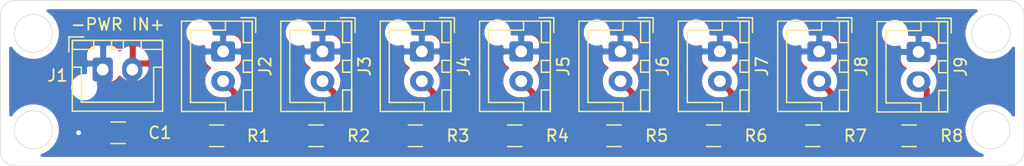
<source format=kicad_pcb>
(kicad_pcb (version 20171130) (host pcbnew "(5.1.5)-3")

  (general
    (thickness 1.6)
    (drawings 13)
    (tracks 18)
    (zones 0)
    (modules 18)
    (nets 11)
  )

  (page A4)
  (layers
    (0 F.Cu signal)
    (31 B.Cu signal)
    (32 B.Adhes user)
    (33 F.Adhes user)
    (34 B.Paste user)
    (35 F.Paste user)
    (36 B.SilkS user)
    (37 F.SilkS user)
    (38 B.Mask user)
    (39 F.Mask user)
    (40 Dwgs.User user)
    (41 Cmts.User user)
    (42 Eco1.User user)
    (43 Eco2.User user)
    (44 Edge.Cuts user)
    (45 Margin user)
    (46 B.CrtYd user)
    (47 F.CrtYd user)
    (48 B.Fab user)
    (49 F.Fab user hide)
  )

  (setup
    (last_trace_width 0.499872)
    (user_trace_width 0.499872)
    (trace_clearance 0.2)
    (zone_clearance 0.508)
    (zone_45_only no)
    (trace_min 0.2)
    (via_size 0.8)
    (via_drill 0.4)
    (via_min_size 0.4)
    (via_min_drill 0.3)
    (uvia_size 0.3)
    (uvia_drill 0.1)
    (uvias_allowed no)
    (uvia_min_size 0.2)
    (uvia_min_drill 0.1)
    (edge_width 0.05)
    (segment_width 0.2)
    (pcb_text_width 0.3)
    (pcb_text_size 1.5 1.5)
    (mod_edge_width 0.12)
    (mod_text_size 1 1)
    (mod_text_width 0.15)
    (pad_size 1.524 1.524)
    (pad_drill 0.762)
    (pad_to_mask_clearance 0.051)
    (solder_mask_min_width 0.25)
    (aux_axis_origin 0 0)
    (visible_elements 7FFFFFFF)
    (pcbplotparams
      (layerselection 0x010fc_ffffffff)
      (usegerberextensions false)
      (usegerberattributes false)
      (usegerberadvancedattributes false)
      (creategerberjobfile false)
      (excludeedgelayer true)
      (linewidth 0.100000)
      (plotframeref false)
      (viasonmask false)
      (mode 1)
      (useauxorigin false)
      (hpglpennumber 1)
      (hpglpenspeed 20)
      (hpglpendiameter 15.000000)
      (psnegative false)
      (psa4output false)
      (plotreference true)
      (plotvalue true)
      (plotinvisibletext false)
      (padsonsilk false)
      (subtractmaskfromsilk false)
      (outputformat 1)
      (mirror false)
      (drillshape 1)
      (scaleselection 1)
      (outputdirectory ""))
  )

  (net 0 "")
  (net 1 +5V)
  (net 2 GND)
  (net 3 "Net-(J2-Pad2)")
  (net 4 "Net-(J3-Pad2)")
  (net 5 "Net-(J4-Pad2)")
  (net 6 "Net-(J5-Pad2)")
  (net 7 "Net-(J6-Pad2)")
  (net 8 "Net-(J7-Pad2)")
  (net 9 "Net-(J8-Pad2)")
  (net 10 "Net-(J9-Pad2)")

  (net_class Default "This is the default net class."
    (clearance 0.2)
    (trace_width 0.25)
    (via_dia 0.8)
    (via_drill 0.4)
    (uvia_dia 0.3)
    (uvia_drill 0.1)
    (add_net +5V)
    (add_net GND)
    (add_net "Net-(J2-Pad2)")
    (add_net "Net-(J3-Pad2)")
    (add_net "Net-(J4-Pad2)")
    (add_net "Net-(J5-Pad2)")
    (add_net "Net-(J6-Pad2)")
    (add_net "Net-(J7-Pad2)")
    (add_net "Net-(J8-Pad2)")
    (add_net "Net-(J9-Pad2)")
  )

  (module Capacitor_SMD:C_1206_3216Metric_Pad1.42x1.75mm_HandSolder (layer F.Cu) (tedit 5B301BBE) (tstamp 5EE000B1)
    (at 72.1725 76.454 180)
    (descr "Capacitor SMD 1206 (3216 Metric), square (rectangular) end terminal, IPC_7351 nominal with elongated pad for handsoldering. (Body size source: http://www.tortai-tech.com/upload/download/2011102023233369053.pdf), generated with kicad-footprint-generator")
    (tags "capacitor handsolder")
    (path /5ED531DD)
    (attr smd)
    (fp_text reference C1 (at -3.5195 0) (layer F.SilkS)
      (effects (font (size 1 1) (thickness 0.15)))
    )
    (fp_text value CP1 (at 0 1.82) (layer F.Fab)
      (effects (font (size 1 1) (thickness 0.15)))
    )
    (fp_line (start -1.6 0.8) (end -1.6 -0.8) (layer F.Fab) (width 0.1))
    (fp_line (start -1.6 -0.8) (end 1.6 -0.8) (layer F.Fab) (width 0.1))
    (fp_line (start 1.6 -0.8) (end 1.6 0.8) (layer F.Fab) (width 0.1))
    (fp_line (start 1.6 0.8) (end -1.6 0.8) (layer F.Fab) (width 0.1))
    (fp_line (start -0.602064 -0.91) (end 0.602064 -0.91) (layer F.SilkS) (width 0.12))
    (fp_line (start -0.602064 0.91) (end 0.602064 0.91) (layer F.SilkS) (width 0.12))
    (fp_line (start -2.45 1.12) (end -2.45 -1.12) (layer F.CrtYd) (width 0.05))
    (fp_line (start -2.45 -1.12) (end 2.45 -1.12) (layer F.CrtYd) (width 0.05))
    (fp_line (start 2.45 -1.12) (end 2.45 1.12) (layer F.CrtYd) (width 0.05))
    (fp_line (start 2.45 1.12) (end -2.45 1.12) (layer F.CrtYd) (width 0.05))
    (fp_text user %R (at 0 0) (layer F.Fab)
      (effects (font (size 0.8 0.8) (thickness 0.12)))
    )
    (pad 1 smd roundrect (at -1.4875 0 180) (size 1.425 1.75) (layers F.Cu F.Paste F.Mask) (roundrect_rratio 0.175439)
      (net 1 +5V))
    (pad 2 smd roundrect (at 1.4875 0 180) (size 1.425 1.75) (layers F.Cu F.Paste F.Mask) (roundrect_rratio 0.175439)
      (net 2 GND))
    (model ${KISYS3DMOD}/Capacitor_SMD.3dshapes/C_1206_3216Metric.wrl
      (at (xyz 0 0 0))
      (scale (xyz 1 1 1))
      (rotate (xyz 0 0 0))
    )
  )

  (module Resistor_SMD:R_1206_3216Metric_Pad1.42x1.75mm_HandSolder (layer F.Cu) (tedit 5B301BBD) (tstamp 5EDFC175)
    (at 80.4815 76.708 180)
    (descr "Resistor SMD 1206 (3216 Metric), square (rectangular) end terminal, IPC_7351 nominal with elongated pad for handsoldering. (Body size source: http://www.tortai-tech.com/upload/download/2011102023233369053.pdf), generated with kicad-footprint-generator")
    (tags "resistor handsolder")
    (path /5ED542E0)
    (attr smd)
    (fp_text reference R1 (at -3.5195 0) (layer F.SilkS)
      (effects (font (size 1 1) (thickness 0.15)))
    )
    (fp_text value R_US (at 0 1.82) (layer F.Fab)
      (effects (font (size 1 1) (thickness 0.15)))
    )
    (fp_line (start -1.6 0.8) (end -1.6 -0.8) (layer F.Fab) (width 0.1))
    (fp_line (start -1.6 -0.8) (end 1.6 -0.8) (layer F.Fab) (width 0.1))
    (fp_line (start 1.6 -0.8) (end 1.6 0.8) (layer F.Fab) (width 0.1))
    (fp_line (start 1.6 0.8) (end -1.6 0.8) (layer F.Fab) (width 0.1))
    (fp_line (start -0.602064 -0.91) (end 0.602064 -0.91) (layer F.SilkS) (width 0.12))
    (fp_line (start -0.602064 0.91) (end 0.602064 0.91) (layer F.SilkS) (width 0.12))
    (fp_line (start -2.45 1.12) (end -2.45 -1.12) (layer F.CrtYd) (width 0.05))
    (fp_line (start -2.45 -1.12) (end 2.45 -1.12) (layer F.CrtYd) (width 0.05))
    (fp_line (start 2.45 -1.12) (end 2.45 1.12) (layer F.CrtYd) (width 0.05))
    (fp_line (start 2.45 1.12) (end -2.45 1.12) (layer F.CrtYd) (width 0.05))
    (fp_text user %R (at 0 0) (layer F.Fab)
      (effects (font (size 0.8 0.8) (thickness 0.12)))
    )
    (pad 1 smd roundrect (at -1.4875 0 180) (size 1.425 1.75) (layers F.Cu F.Paste F.Mask) (roundrect_rratio 0.175439)
      (net 3 "Net-(J2-Pad2)"))
    (pad 2 smd roundrect (at 1.4875 0 180) (size 1.425 1.75) (layers F.Cu F.Paste F.Mask) (roundrect_rratio 0.175439)
      (net 1 +5V))
    (model ${KISYS3DMOD}/Resistor_SMD.3dshapes/R_1206_3216Metric.wrl
      (at (xyz 0 0 0))
      (scale (xyz 1 1 1))
      (rotate (xyz 0 0 0))
    )
  )

  (module Resistor_SMD:R_1206_3216Metric_Pad1.42x1.75mm_HandSolder (layer F.Cu) (tedit 5B301BBD) (tstamp 5EDFB9A0)
    (at 88.8635 76.708 180)
    (descr "Resistor SMD 1206 (3216 Metric), square (rectangular) end terminal, IPC_7351 nominal with elongated pad for handsoldering. (Body size source: http://www.tortai-tech.com/upload/download/2011102023233369053.pdf), generated with kicad-footprint-generator")
    (tags "resistor handsolder")
    (path /5ED5561A)
    (attr smd)
    (fp_text reference R2 (at -3.5925 0) (layer F.SilkS)
      (effects (font (size 1 1) (thickness 0.15)))
    )
    (fp_text value R_US (at 0 1.82) (layer F.Fab)
      (effects (font (size 1 1) (thickness 0.15)))
    )
    (fp_text user %R (at 0 0) (layer F.Fab)
      (effects (font (size 0.8 0.8) (thickness 0.12)))
    )
    (fp_line (start 2.45 1.12) (end -2.45 1.12) (layer F.CrtYd) (width 0.05))
    (fp_line (start 2.45 -1.12) (end 2.45 1.12) (layer F.CrtYd) (width 0.05))
    (fp_line (start -2.45 -1.12) (end 2.45 -1.12) (layer F.CrtYd) (width 0.05))
    (fp_line (start -2.45 1.12) (end -2.45 -1.12) (layer F.CrtYd) (width 0.05))
    (fp_line (start -0.602064 0.91) (end 0.602064 0.91) (layer F.SilkS) (width 0.12))
    (fp_line (start -0.602064 -0.91) (end 0.602064 -0.91) (layer F.SilkS) (width 0.12))
    (fp_line (start 1.6 0.8) (end -1.6 0.8) (layer F.Fab) (width 0.1))
    (fp_line (start 1.6 -0.8) (end 1.6 0.8) (layer F.Fab) (width 0.1))
    (fp_line (start -1.6 -0.8) (end 1.6 -0.8) (layer F.Fab) (width 0.1))
    (fp_line (start -1.6 0.8) (end -1.6 -0.8) (layer F.Fab) (width 0.1))
    (pad 2 smd roundrect (at 1.4875 0 180) (size 1.425 1.75) (layers F.Cu F.Paste F.Mask) (roundrect_rratio 0.175439)
      (net 1 +5V))
    (pad 1 smd roundrect (at -1.4875 0 180) (size 1.425 1.75) (layers F.Cu F.Paste F.Mask) (roundrect_rratio 0.175439)
      (net 4 "Net-(J3-Pad2)"))
    (model ${KISYS3DMOD}/Resistor_SMD.3dshapes/R_1206_3216Metric.wrl
      (at (xyz 0 0 0))
      (scale (xyz 1 1 1))
      (rotate (xyz 0 0 0))
    )
  )

  (module Resistor_SMD:R_1206_3216Metric_Pad1.42x1.75mm_HandSolder (layer F.Cu) (tedit 5B301BBD) (tstamp 5EDFB9B1)
    (at 97.2455 76.708 180)
    (descr "Resistor SMD 1206 (3216 Metric), square (rectangular) end terminal, IPC_7351 nominal with elongated pad for handsoldering. (Body size source: http://www.tortai-tech.com/upload/download/2011102023233369053.pdf), generated with kicad-footprint-generator")
    (tags "resistor handsolder")
    (path /5ED55AEF)
    (attr smd)
    (fp_text reference R3 (at -3.5925 0) (layer F.SilkS)
      (effects (font (size 1 1) (thickness 0.15)))
    )
    (fp_text value R_US (at 0 1.82) (layer F.Fab)
      (effects (font (size 1 1) (thickness 0.15)))
    )
    (fp_line (start -1.6 0.8) (end -1.6 -0.8) (layer F.Fab) (width 0.1))
    (fp_line (start -1.6 -0.8) (end 1.6 -0.8) (layer F.Fab) (width 0.1))
    (fp_line (start 1.6 -0.8) (end 1.6 0.8) (layer F.Fab) (width 0.1))
    (fp_line (start 1.6 0.8) (end -1.6 0.8) (layer F.Fab) (width 0.1))
    (fp_line (start -0.602064 -0.91) (end 0.602064 -0.91) (layer F.SilkS) (width 0.12))
    (fp_line (start -0.602064 0.91) (end 0.602064 0.91) (layer F.SilkS) (width 0.12))
    (fp_line (start -2.45 1.12) (end -2.45 -1.12) (layer F.CrtYd) (width 0.05))
    (fp_line (start -2.45 -1.12) (end 2.45 -1.12) (layer F.CrtYd) (width 0.05))
    (fp_line (start 2.45 -1.12) (end 2.45 1.12) (layer F.CrtYd) (width 0.05))
    (fp_line (start 2.45 1.12) (end -2.45 1.12) (layer F.CrtYd) (width 0.05))
    (fp_text user %R (at 0 0) (layer F.Fab)
      (effects (font (size 0.8 0.8) (thickness 0.12)))
    )
    (pad 1 smd roundrect (at -1.4875 0 180) (size 1.425 1.75) (layers F.Cu F.Paste F.Mask) (roundrect_rratio 0.175439)
      (net 5 "Net-(J4-Pad2)"))
    (pad 2 smd roundrect (at 1.4875 0 180) (size 1.425 1.75) (layers F.Cu F.Paste F.Mask) (roundrect_rratio 0.175439)
      (net 1 +5V))
    (model ${KISYS3DMOD}/Resistor_SMD.3dshapes/R_1206_3216Metric.wrl
      (at (xyz 0 0 0))
      (scale (xyz 1 1 1))
      (rotate (xyz 0 0 0))
    )
  )

  (module Resistor_SMD:R_1206_3216Metric_Pad1.42x1.75mm_HandSolder (layer F.Cu) (tedit 5B301BBD) (tstamp 5EDFB9C2)
    (at 105.6275 76.708 180)
    (descr "Resistor SMD 1206 (3216 Metric), square (rectangular) end terminal, IPC_7351 nominal with elongated pad for handsoldering. (Body size source: http://www.tortai-tech.com/upload/download/2011102023233369053.pdf), generated with kicad-footprint-generator")
    (tags "resistor handsolder")
    (path /5ED56063)
    (attr smd)
    (fp_text reference R4 (at -3.5925 0) (layer F.SilkS)
      (effects (font (size 1 1) (thickness 0.15)))
    )
    (fp_text value R_US (at 0 1.82) (layer F.Fab)
      (effects (font (size 1 1) (thickness 0.15)))
    )
    (fp_text user %R (at 0 0) (layer F.Fab)
      (effects (font (size 0.8 0.8) (thickness 0.12)))
    )
    (fp_line (start 2.45 1.12) (end -2.45 1.12) (layer F.CrtYd) (width 0.05))
    (fp_line (start 2.45 -1.12) (end 2.45 1.12) (layer F.CrtYd) (width 0.05))
    (fp_line (start -2.45 -1.12) (end 2.45 -1.12) (layer F.CrtYd) (width 0.05))
    (fp_line (start -2.45 1.12) (end -2.45 -1.12) (layer F.CrtYd) (width 0.05))
    (fp_line (start -0.602064 0.91) (end 0.602064 0.91) (layer F.SilkS) (width 0.12))
    (fp_line (start -0.602064 -0.91) (end 0.602064 -0.91) (layer F.SilkS) (width 0.12))
    (fp_line (start 1.6 0.8) (end -1.6 0.8) (layer F.Fab) (width 0.1))
    (fp_line (start 1.6 -0.8) (end 1.6 0.8) (layer F.Fab) (width 0.1))
    (fp_line (start -1.6 -0.8) (end 1.6 -0.8) (layer F.Fab) (width 0.1))
    (fp_line (start -1.6 0.8) (end -1.6 -0.8) (layer F.Fab) (width 0.1))
    (pad 2 smd roundrect (at 1.4875 0 180) (size 1.425 1.75) (layers F.Cu F.Paste F.Mask) (roundrect_rratio 0.175439)
      (net 1 +5V))
    (pad 1 smd roundrect (at -1.4875 0 180) (size 1.425 1.75) (layers F.Cu F.Paste F.Mask) (roundrect_rratio 0.175439)
      (net 6 "Net-(J5-Pad2)"))
    (model ${KISYS3DMOD}/Resistor_SMD.3dshapes/R_1206_3216Metric.wrl
      (at (xyz 0 0 0))
      (scale (xyz 1 1 1))
      (rotate (xyz 0 0 0))
    )
  )

  (module Resistor_SMD:R_1206_3216Metric_Pad1.42x1.75mm_HandSolder (layer F.Cu) (tedit 5B301BBD) (tstamp 5EDFB9D3)
    (at 114.0095 76.708 180)
    (descr "Resistor SMD 1206 (3216 Metric), square (rectangular) end terminal, IPC_7351 nominal with elongated pad for handsoldering. (Body size source: http://www.tortai-tech.com/upload/download/2011102023233369053.pdf), generated with kicad-footprint-generator")
    (tags "resistor handsolder")
    (path /5ED569AC)
    (attr smd)
    (fp_text reference R5 (at -3.5925 0) (layer F.SilkS)
      (effects (font (size 1 1) (thickness 0.15)))
    )
    (fp_text value R_US (at 0 1.82) (layer F.Fab)
      (effects (font (size 1 1) (thickness 0.15)))
    )
    (fp_line (start -1.6 0.8) (end -1.6 -0.8) (layer F.Fab) (width 0.1))
    (fp_line (start -1.6 -0.8) (end 1.6 -0.8) (layer F.Fab) (width 0.1))
    (fp_line (start 1.6 -0.8) (end 1.6 0.8) (layer F.Fab) (width 0.1))
    (fp_line (start 1.6 0.8) (end -1.6 0.8) (layer F.Fab) (width 0.1))
    (fp_line (start -0.602064 -0.91) (end 0.602064 -0.91) (layer F.SilkS) (width 0.12))
    (fp_line (start -0.602064 0.91) (end 0.602064 0.91) (layer F.SilkS) (width 0.12))
    (fp_line (start -2.45 1.12) (end -2.45 -1.12) (layer F.CrtYd) (width 0.05))
    (fp_line (start -2.45 -1.12) (end 2.45 -1.12) (layer F.CrtYd) (width 0.05))
    (fp_line (start 2.45 -1.12) (end 2.45 1.12) (layer F.CrtYd) (width 0.05))
    (fp_line (start 2.45 1.12) (end -2.45 1.12) (layer F.CrtYd) (width 0.05))
    (fp_text user %R (at 0 0) (layer F.Fab)
      (effects (font (size 0.8 0.8) (thickness 0.12)))
    )
    (pad 1 smd roundrect (at -1.4875 0 180) (size 1.425 1.75) (layers F.Cu F.Paste F.Mask) (roundrect_rratio 0.175439)
      (net 7 "Net-(J6-Pad2)"))
    (pad 2 smd roundrect (at 1.4875 0 180) (size 1.425 1.75) (layers F.Cu F.Paste F.Mask) (roundrect_rratio 0.175439)
      (net 1 +5V))
    (model ${KISYS3DMOD}/Resistor_SMD.3dshapes/R_1206_3216Metric.wrl
      (at (xyz 0 0 0))
      (scale (xyz 1 1 1))
      (rotate (xyz 0 0 0))
    )
  )

  (module Resistor_SMD:R_1206_3216Metric_Pad1.42x1.75mm_HandSolder (layer F.Cu) (tedit 5B301BBD) (tstamp 5EDFB9E4)
    (at 122.3915 76.708 180)
    (descr "Resistor SMD 1206 (3216 Metric), square (rectangular) end terminal, IPC_7351 nominal with elongated pad for handsoldering. (Body size source: http://www.tortai-tech.com/upload/download/2011102023233369053.pdf), generated with kicad-footprint-generator")
    (tags "resistor handsolder")
    (path /5ED57A0E)
    (attr smd)
    (fp_text reference R6 (at -3.5925 0) (layer F.SilkS)
      (effects (font (size 1 1) (thickness 0.15)))
    )
    (fp_text value R_US (at 0 1.82) (layer F.Fab)
      (effects (font (size 1 1) (thickness 0.15)))
    )
    (fp_text user %R (at 0 0) (layer F.Fab)
      (effects (font (size 0.8 0.8) (thickness 0.12)))
    )
    (fp_line (start 2.45 1.12) (end -2.45 1.12) (layer F.CrtYd) (width 0.05))
    (fp_line (start 2.45 -1.12) (end 2.45 1.12) (layer F.CrtYd) (width 0.05))
    (fp_line (start -2.45 -1.12) (end 2.45 -1.12) (layer F.CrtYd) (width 0.05))
    (fp_line (start -2.45 1.12) (end -2.45 -1.12) (layer F.CrtYd) (width 0.05))
    (fp_line (start -0.602064 0.91) (end 0.602064 0.91) (layer F.SilkS) (width 0.12))
    (fp_line (start -0.602064 -0.91) (end 0.602064 -0.91) (layer F.SilkS) (width 0.12))
    (fp_line (start 1.6 0.8) (end -1.6 0.8) (layer F.Fab) (width 0.1))
    (fp_line (start 1.6 -0.8) (end 1.6 0.8) (layer F.Fab) (width 0.1))
    (fp_line (start -1.6 -0.8) (end 1.6 -0.8) (layer F.Fab) (width 0.1))
    (fp_line (start -1.6 0.8) (end -1.6 -0.8) (layer F.Fab) (width 0.1))
    (pad 2 smd roundrect (at 1.4875 0 180) (size 1.425 1.75) (layers F.Cu F.Paste F.Mask) (roundrect_rratio 0.175439)
      (net 1 +5V))
    (pad 1 smd roundrect (at -1.4875 0 180) (size 1.425 1.75) (layers F.Cu F.Paste F.Mask) (roundrect_rratio 0.175439)
      (net 8 "Net-(J7-Pad2)"))
    (model ${KISYS3DMOD}/Resistor_SMD.3dshapes/R_1206_3216Metric.wrl
      (at (xyz 0 0 0))
      (scale (xyz 1 1 1))
      (rotate (xyz 0 0 0))
    )
  )

  (module Resistor_SMD:R_1206_3216Metric_Pad1.42x1.75mm_HandSolder (layer F.Cu) (tedit 5B301BBD) (tstamp 5EDFB9F5)
    (at 130.7735 76.708 180)
    (descr "Resistor SMD 1206 (3216 Metric), square (rectangular) end terminal, IPC_7351 nominal with elongated pad for handsoldering. (Body size source: http://www.tortai-tech.com/upload/download/2011102023233369053.pdf), generated with kicad-footprint-generator")
    (tags "resistor handsolder")
    (path /5ED5AFAA)
    (attr smd)
    (fp_text reference R7 (at -3.5925 0) (layer F.SilkS)
      (effects (font (size 1 1) (thickness 0.15)))
    )
    (fp_text value R_US (at 0 1.82) (layer F.Fab)
      (effects (font (size 1 1) (thickness 0.15)))
    )
    (fp_line (start -1.6 0.8) (end -1.6 -0.8) (layer F.Fab) (width 0.1))
    (fp_line (start -1.6 -0.8) (end 1.6 -0.8) (layer F.Fab) (width 0.1))
    (fp_line (start 1.6 -0.8) (end 1.6 0.8) (layer F.Fab) (width 0.1))
    (fp_line (start 1.6 0.8) (end -1.6 0.8) (layer F.Fab) (width 0.1))
    (fp_line (start -0.602064 -0.91) (end 0.602064 -0.91) (layer F.SilkS) (width 0.12))
    (fp_line (start -0.602064 0.91) (end 0.602064 0.91) (layer F.SilkS) (width 0.12))
    (fp_line (start -2.45 1.12) (end -2.45 -1.12) (layer F.CrtYd) (width 0.05))
    (fp_line (start -2.45 -1.12) (end 2.45 -1.12) (layer F.CrtYd) (width 0.05))
    (fp_line (start 2.45 -1.12) (end 2.45 1.12) (layer F.CrtYd) (width 0.05))
    (fp_line (start 2.45 1.12) (end -2.45 1.12) (layer F.CrtYd) (width 0.05))
    (fp_text user %R (at 0 0) (layer F.Fab)
      (effects (font (size 0.8 0.8) (thickness 0.12)))
    )
    (pad 1 smd roundrect (at -1.4875 0 180) (size 1.425 1.75) (layers F.Cu F.Paste F.Mask) (roundrect_rratio 0.175439)
      (net 9 "Net-(J8-Pad2)"))
    (pad 2 smd roundrect (at 1.4875 0 180) (size 1.425 1.75) (layers F.Cu F.Paste F.Mask) (roundrect_rratio 0.175439)
      (net 1 +5V))
    (model ${KISYS3DMOD}/Resistor_SMD.3dshapes/R_1206_3216Metric.wrl
      (at (xyz 0 0 0))
      (scale (xyz 1 1 1))
      (rotate (xyz 0 0 0))
    )
  )

  (module Resistor_SMD:R_1206_3216Metric_Pad1.42x1.75mm_HandSolder (layer F.Cu) (tedit 5B301BBD) (tstamp 5EDFBA06)
    (at 138.9015 76.708 180)
    (descr "Resistor SMD 1206 (3216 Metric), square (rectangular) end terminal, IPC_7351 nominal with elongated pad for handsoldering. (Body size source: http://www.tortai-tech.com/upload/download/2011102023233369053.pdf), generated with kicad-footprint-generator")
    (tags "resistor handsolder")
    (path /5ED5B8D2)
    (attr smd)
    (fp_text reference R8 (at -3.5925 0) (layer F.SilkS)
      (effects (font (size 1 1) (thickness 0.15)))
    )
    (fp_text value R_US (at 0 1.82) (layer F.Fab)
      (effects (font (size 1 1) (thickness 0.15)))
    )
    (fp_text user %R (at 0 0) (layer F.Fab)
      (effects (font (size 0.8 0.8) (thickness 0.12)))
    )
    (fp_line (start 2.45 1.12) (end -2.45 1.12) (layer F.CrtYd) (width 0.05))
    (fp_line (start 2.45 -1.12) (end 2.45 1.12) (layer F.CrtYd) (width 0.05))
    (fp_line (start -2.45 -1.12) (end 2.45 -1.12) (layer F.CrtYd) (width 0.05))
    (fp_line (start -2.45 1.12) (end -2.45 -1.12) (layer F.CrtYd) (width 0.05))
    (fp_line (start -0.602064 0.91) (end 0.602064 0.91) (layer F.SilkS) (width 0.12))
    (fp_line (start -0.602064 -0.91) (end 0.602064 -0.91) (layer F.SilkS) (width 0.12))
    (fp_line (start 1.6 0.8) (end -1.6 0.8) (layer F.Fab) (width 0.1))
    (fp_line (start 1.6 -0.8) (end 1.6 0.8) (layer F.Fab) (width 0.1))
    (fp_line (start -1.6 -0.8) (end 1.6 -0.8) (layer F.Fab) (width 0.1))
    (fp_line (start -1.6 0.8) (end -1.6 -0.8) (layer F.Fab) (width 0.1))
    (pad 2 smd roundrect (at 1.4875 0 180) (size 1.425 1.75) (layers F.Cu F.Paste F.Mask) (roundrect_rratio 0.175439)
      (net 1 +5V))
    (pad 1 smd roundrect (at -1.4875 0 180) (size 1.425 1.75) (layers F.Cu F.Paste F.Mask) (roundrect_rratio 0.175439)
      (net 10 "Net-(J9-Pad2)"))
    (model ${KISYS3DMOD}/Resistor_SMD.3dshapes/R_1206_3216Metric.wrl
      (at (xyz 0 0 0))
      (scale (xyz 1 1 1))
      (rotate (xyz 0 0 0))
    )
  )

  (module Connector_JST:JST_XH_B2B-XH-A_1x02_P2.50mm_Vertical (layer F.Cu) (tedit 5C28146C) (tstamp 5EE01005)
    (at 70.866 71.12)
    (descr "JST XH series connector, B2B-XH-A (http://www.jst-mfg.com/product/pdf/eng/eXH.pdf), generated with kicad-footprint-generator")
    (tags "connector JST XH vertical")
    (path /5ED5295D)
    (fp_text reference J1 (at -3.81 0.508) (layer F.SilkS)
      (effects (font (size 1 1) (thickness 0.15)))
    )
    (fp_text value Conn_01x02_Male (at 1.25 4.6) (layer F.Fab)
      (effects (font (size 1 1) (thickness 0.15)))
    )
    (fp_text user %R (at 1.25 2.7) (layer F.Fab)
      (effects (font (size 1 1) (thickness 0.15)))
    )
    (fp_line (start -2.85 -2.75) (end -2.85 -1.5) (layer F.SilkS) (width 0.12))
    (fp_line (start -1.6 -2.75) (end -2.85 -2.75) (layer F.SilkS) (width 0.12))
    (fp_line (start 4.3 2.75) (end 1.25 2.75) (layer F.SilkS) (width 0.12))
    (fp_line (start 4.3 -0.2) (end 4.3 2.75) (layer F.SilkS) (width 0.12))
    (fp_line (start 5.05 -0.2) (end 4.3 -0.2) (layer F.SilkS) (width 0.12))
    (fp_line (start -1.8 2.75) (end 1.25 2.75) (layer F.SilkS) (width 0.12))
    (fp_line (start -1.8 -0.2) (end -1.8 2.75) (layer F.SilkS) (width 0.12))
    (fp_line (start -2.55 -0.2) (end -1.8 -0.2) (layer F.SilkS) (width 0.12))
    (fp_line (start 5.05 -2.45) (end 3.25 -2.45) (layer F.SilkS) (width 0.12))
    (fp_line (start 5.05 -1.7) (end 5.05 -2.45) (layer F.SilkS) (width 0.12))
    (fp_line (start 3.25 -1.7) (end 5.05 -1.7) (layer F.SilkS) (width 0.12))
    (fp_line (start 3.25 -2.45) (end 3.25 -1.7) (layer F.SilkS) (width 0.12))
    (fp_line (start -0.75 -2.45) (end -2.55 -2.45) (layer F.SilkS) (width 0.12))
    (fp_line (start -0.75 -1.7) (end -0.75 -2.45) (layer F.SilkS) (width 0.12))
    (fp_line (start -2.55 -1.7) (end -0.75 -1.7) (layer F.SilkS) (width 0.12))
    (fp_line (start -2.55 -2.45) (end -2.55 -1.7) (layer F.SilkS) (width 0.12))
    (fp_line (start 1.75 -2.45) (end 0.75 -2.45) (layer F.SilkS) (width 0.12))
    (fp_line (start 1.75 -1.7) (end 1.75 -2.45) (layer F.SilkS) (width 0.12))
    (fp_line (start 0.75 -1.7) (end 1.75 -1.7) (layer F.SilkS) (width 0.12))
    (fp_line (start 0.75 -2.45) (end 0.75 -1.7) (layer F.SilkS) (width 0.12))
    (fp_line (start 0 -1.35) (end 0.625 -2.35) (layer F.Fab) (width 0.1))
    (fp_line (start -0.625 -2.35) (end 0 -1.35) (layer F.Fab) (width 0.1))
    (fp_line (start 5.45 -2.85) (end -2.95 -2.85) (layer F.CrtYd) (width 0.05))
    (fp_line (start 5.45 3.9) (end 5.45 -2.85) (layer F.CrtYd) (width 0.05))
    (fp_line (start -2.95 3.9) (end 5.45 3.9) (layer F.CrtYd) (width 0.05))
    (fp_line (start -2.95 -2.85) (end -2.95 3.9) (layer F.CrtYd) (width 0.05))
    (fp_line (start 5.06 -2.46) (end -2.56 -2.46) (layer F.SilkS) (width 0.12))
    (fp_line (start 5.06 3.51) (end 5.06 -2.46) (layer F.SilkS) (width 0.12))
    (fp_line (start -2.56 3.51) (end 5.06 3.51) (layer F.SilkS) (width 0.12))
    (fp_line (start -2.56 -2.46) (end -2.56 3.51) (layer F.SilkS) (width 0.12))
    (fp_line (start 4.95 -2.35) (end -2.45 -2.35) (layer F.Fab) (width 0.1))
    (fp_line (start 4.95 3.4) (end 4.95 -2.35) (layer F.Fab) (width 0.1))
    (fp_line (start -2.45 3.4) (end 4.95 3.4) (layer F.Fab) (width 0.1))
    (fp_line (start -2.45 -2.35) (end -2.45 3.4) (layer F.Fab) (width 0.1))
    (pad 2 thru_hole oval (at 2.5 0) (size 1.7 2) (drill 1) (layers *.Cu *.Mask)
      (net 1 +5V))
    (pad 1 thru_hole roundrect (at 0 0) (size 1.7 2) (drill 1) (layers *.Cu *.Mask) (roundrect_rratio 0.147059)
      (net 2 GND))
    (model ${KISYS3DMOD}/Connector_JST.3dshapes/JST_XH_B2B-XH-A_1x02_P2.50mm_Vertical.wrl
      (at (xyz 0 0 0))
      (scale (xyz 1 1 1))
      (rotate (xyz 0 0 0))
    )
  )

  (module Connector_JST:JST_XH_B2B-XH-A_1x02_P2.50mm_Vertical (layer F.Cu) (tedit 5C28146C) (tstamp 5EE0102D)
    (at 81.026 69.596 270)
    (descr "JST XH series connector, B2B-XH-A (http://www.jst-mfg.com/product/pdf/eng/eXH.pdf), generated with kicad-footprint-generator")
    (tags "connector JST XH vertical")
    (path /5EE00D95)
    (fp_text reference J2 (at 1.25 -3.55 90) (layer F.SilkS)
      (effects (font (size 1 1) (thickness 0.15)))
    )
    (fp_text value Conn_01x02_Male (at 1.25 4.6 90) (layer F.Fab)
      (effects (font (size 1 1) (thickness 0.15)))
    )
    (fp_line (start -2.45 -2.35) (end -2.45 3.4) (layer F.Fab) (width 0.1))
    (fp_line (start -2.45 3.4) (end 4.95 3.4) (layer F.Fab) (width 0.1))
    (fp_line (start 4.95 3.4) (end 4.95 -2.35) (layer F.Fab) (width 0.1))
    (fp_line (start 4.95 -2.35) (end -2.45 -2.35) (layer F.Fab) (width 0.1))
    (fp_line (start -2.56 -2.46) (end -2.56 3.51) (layer F.SilkS) (width 0.12))
    (fp_line (start -2.56 3.51) (end 5.06 3.51) (layer F.SilkS) (width 0.12))
    (fp_line (start 5.06 3.51) (end 5.06 -2.46) (layer F.SilkS) (width 0.12))
    (fp_line (start 5.06 -2.46) (end -2.56 -2.46) (layer F.SilkS) (width 0.12))
    (fp_line (start -2.95 -2.85) (end -2.95 3.9) (layer F.CrtYd) (width 0.05))
    (fp_line (start -2.95 3.9) (end 5.45 3.9) (layer F.CrtYd) (width 0.05))
    (fp_line (start 5.45 3.9) (end 5.45 -2.85) (layer F.CrtYd) (width 0.05))
    (fp_line (start 5.45 -2.85) (end -2.95 -2.85) (layer F.CrtYd) (width 0.05))
    (fp_line (start -0.625 -2.35) (end 0 -1.35) (layer F.Fab) (width 0.1))
    (fp_line (start 0 -1.35) (end 0.625 -2.35) (layer F.Fab) (width 0.1))
    (fp_line (start 0.75 -2.45) (end 0.75 -1.7) (layer F.SilkS) (width 0.12))
    (fp_line (start 0.75 -1.7) (end 1.75 -1.7) (layer F.SilkS) (width 0.12))
    (fp_line (start 1.75 -1.7) (end 1.75 -2.45) (layer F.SilkS) (width 0.12))
    (fp_line (start 1.75 -2.45) (end 0.75 -2.45) (layer F.SilkS) (width 0.12))
    (fp_line (start -2.55 -2.45) (end -2.55 -1.7) (layer F.SilkS) (width 0.12))
    (fp_line (start -2.55 -1.7) (end -0.75 -1.7) (layer F.SilkS) (width 0.12))
    (fp_line (start -0.75 -1.7) (end -0.75 -2.45) (layer F.SilkS) (width 0.12))
    (fp_line (start -0.75 -2.45) (end -2.55 -2.45) (layer F.SilkS) (width 0.12))
    (fp_line (start 3.25 -2.45) (end 3.25 -1.7) (layer F.SilkS) (width 0.12))
    (fp_line (start 3.25 -1.7) (end 5.05 -1.7) (layer F.SilkS) (width 0.12))
    (fp_line (start 5.05 -1.7) (end 5.05 -2.45) (layer F.SilkS) (width 0.12))
    (fp_line (start 5.05 -2.45) (end 3.25 -2.45) (layer F.SilkS) (width 0.12))
    (fp_line (start -2.55 -0.2) (end -1.8 -0.2) (layer F.SilkS) (width 0.12))
    (fp_line (start -1.8 -0.2) (end -1.8 2.75) (layer F.SilkS) (width 0.12))
    (fp_line (start -1.8 2.75) (end 1.25 2.75) (layer F.SilkS) (width 0.12))
    (fp_line (start 5.05 -0.2) (end 4.3 -0.2) (layer F.SilkS) (width 0.12))
    (fp_line (start 4.3 -0.2) (end 4.3 2.75) (layer F.SilkS) (width 0.12))
    (fp_line (start 4.3 2.75) (end 1.25 2.75) (layer F.SilkS) (width 0.12))
    (fp_line (start -1.6 -2.75) (end -2.85 -2.75) (layer F.SilkS) (width 0.12))
    (fp_line (start -2.85 -2.75) (end -2.85 -1.5) (layer F.SilkS) (width 0.12))
    (fp_text user %R (at 1.25 2.7 90) (layer F.Fab)
      (effects (font (size 1 1) (thickness 0.15)))
    )
    (pad 1 thru_hole roundrect (at 0 0 270) (size 1.7 2) (drill 1) (layers *.Cu *.Mask) (roundrect_rratio 0.147059)
      (net 2 GND))
    (pad 2 thru_hole oval (at 2.5 0 270) (size 1.7 2) (drill 1) (layers *.Cu *.Mask)
      (net 3 "Net-(J2-Pad2)"))
    (model ${KISYS3DMOD}/Connector_JST.3dshapes/JST_XH_B2B-XH-A_1x02_P2.50mm_Vertical.wrl
      (at (xyz 0 0 0))
      (scale (xyz 1 1 1))
      (rotate (xyz 0 0 0))
    )
  )

  (module Connector_JST:JST_XH_B2B-XH-A_1x02_P2.50mm_Vertical (layer F.Cu) (tedit 5C28146C) (tstamp 5EE01055)
    (at 89.408 69.596 270)
    (descr "JST XH series connector, B2B-XH-A (http://www.jst-mfg.com/product/pdf/eng/eXH.pdf), generated with kicad-footprint-generator")
    (tags "connector JST XH vertical")
    (path /5EE2D0D4)
    (fp_text reference J3 (at 1.25 -3.55 90) (layer F.SilkS)
      (effects (font (size 1 1) (thickness 0.15)))
    )
    (fp_text value Conn_01x02_Male (at 1.25 4.6 90) (layer F.Fab)
      (effects (font (size 1 1) (thickness 0.15)))
    )
    (fp_text user %R (at 1.25 2.7 90) (layer F.Fab)
      (effects (font (size 1 1) (thickness 0.15)))
    )
    (fp_line (start -2.85 -2.75) (end -2.85 -1.5) (layer F.SilkS) (width 0.12))
    (fp_line (start -1.6 -2.75) (end -2.85 -2.75) (layer F.SilkS) (width 0.12))
    (fp_line (start 4.3 2.75) (end 1.25 2.75) (layer F.SilkS) (width 0.12))
    (fp_line (start 4.3 -0.2) (end 4.3 2.75) (layer F.SilkS) (width 0.12))
    (fp_line (start 5.05 -0.2) (end 4.3 -0.2) (layer F.SilkS) (width 0.12))
    (fp_line (start -1.8 2.75) (end 1.25 2.75) (layer F.SilkS) (width 0.12))
    (fp_line (start -1.8 -0.2) (end -1.8 2.75) (layer F.SilkS) (width 0.12))
    (fp_line (start -2.55 -0.2) (end -1.8 -0.2) (layer F.SilkS) (width 0.12))
    (fp_line (start 5.05 -2.45) (end 3.25 -2.45) (layer F.SilkS) (width 0.12))
    (fp_line (start 5.05 -1.7) (end 5.05 -2.45) (layer F.SilkS) (width 0.12))
    (fp_line (start 3.25 -1.7) (end 5.05 -1.7) (layer F.SilkS) (width 0.12))
    (fp_line (start 3.25 -2.45) (end 3.25 -1.7) (layer F.SilkS) (width 0.12))
    (fp_line (start -0.75 -2.45) (end -2.55 -2.45) (layer F.SilkS) (width 0.12))
    (fp_line (start -0.75 -1.7) (end -0.75 -2.45) (layer F.SilkS) (width 0.12))
    (fp_line (start -2.55 -1.7) (end -0.75 -1.7) (layer F.SilkS) (width 0.12))
    (fp_line (start -2.55 -2.45) (end -2.55 -1.7) (layer F.SilkS) (width 0.12))
    (fp_line (start 1.75 -2.45) (end 0.75 -2.45) (layer F.SilkS) (width 0.12))
    (fp_line (start 1.75 -1.7) (end 1.75 -2.45) (layer F.SilkS) (width 0.12))
    (fp_line (start 0.75 -1.7) (end 1.75 -1.7) (layer F.SilkS) (width 0.12))
    (fp_line (start 0.75 -2.45) (end 0.75 -1.7) (layer F.SilkS) (width 0.12))
    (fp_line (start 0 -1.35) (end 0.625 -2.35) (layer F.Fab) (width 0.1))
    (fp_line (start -0.625 -2.35) (end 0 -1.35) (layer F.Fab) (width 0.1))
    (fp_line (start 5.45 -2.85) (end -2.95 -2.85) (layer F.CrtYd) (width 0.05))
    (fp_line (start 5.45 3.9) (end 5.45 -2.85) (layer F.CrtYd) (width 0.05))
    (fp_line (start -2.95 3.9) (end 5.45 3.9) (layer F.CrtYd) (width 0.05))
    (fp_line (start -2.95 -2.85) (end -2.95 3.9) (layer F.CrtYd) (width 0.05))
    (fp_line (start 5.06 -2.46) (end -2.56 -2.46) (layer F.SilkS) (width 0.12))
    (fp_line (start 5.06 3.51) (end 5.06 -2.46) (layer F.SilkS) (width 0.12))
    (fp_line (start -2.56 3.51) (end 5.06 3.51) (layer F.SilkS) (width 0.12))
    (fp_line (start -2.56 -2.46) (end -2.56 3.51) (layer F.SilkS) (width 0.12))
    (fp_line (start 4.95 -2.35) (end -2.45 -2.35) (layer F.Fab) (width 0.1))
    (fp_line (start 4.95 3.4) (end 4.95 -2.35) (layer F.Fab) (width 0.1))
    (fp_line (start -2.45 3.4) (end 4.95 3.4) (layer F.Fab) (width 0.1))
    (fp_line (start -2.45 -2.35) (end -2.45 3.4) (layer F.Fab) (width 0.1))
    (pad 2 thru_hole oval (at 2.5 0 270) (size 1.7 2) (drill 1) (layers *.Cu *.Mask)
      (net 4 "Net-(J3-Pad2)"))
    (pad 1 thru_hole roundrect (at 0 0 270) (size 1.7 2) (drill 1) (layers *.Cu *.Mask) (roundrect_rratio 0.147059)
      (net 2 GND))
    (model ${KISYS3DMOD}/Connector_JST.3dshapes/JST_XH_B2B-XH-A_1x02_P2.50mm_Vertical.wrl
      (at (xyz 0 0 0))
      (scale (xyz 1 1 1))
      (rotate (xyz 0 0 0))
    )
  )

  (module Connector_JST:JST_XH_B2B-XH-A_1x02_P2.50mm_Vertical (layer F.Cu) (tedit 5C28146C) (tstamp 5EE0107D)
    (at 97.79 69.596 270)
    (descr "JST XH series connector, B2B-XH-A (http://www.jst-mfg.com/product/pdf/eng/eXH.pdf), generated with kicad-footprint-generator")
    (tags "connector JST XH vertical")
    (path /5EE2E5CE)
    (fp_text reference J4 (at 1.25 -3.55 90) (layer F.SilkS)
      (effects (font (size 1 1) (thickness 0.15)))
    )
    (fp_text value Conn_01x02_Male (at 1.25 4.6 90) (layer F.Fab)
      (effects (font (size 1 1) (thickness 0.15)))
    )
    (fp_line (start -2.45 -2.35) (end -2.45 3.4) (layer F.Fab) (width 0.1))
    (fp_line (start -2.45 3.4) (end 4.95 3.4) (layer F.Fab) (width 0.1))
    (fp_line (start 4.95 3.4) (end 4.95 -2.35) (layer F.Fab) (width 0.1))
    (fp_line (start 4.95 -2.35) (end -2.45 -2.35) (layer F.Fab) (width 0.1))
    (fp_line (start -2.56 -2.46) (end -2.56 3.51) (layer F.SilkS) (width 0.12))
    (fp_line (start -2.56 3.51) (end 5.06 3.51) (layer F.SilkS) (width 0.12))
    (fp_line (start 5.06 3.51) (end 5.06 -2.46) (layer F.SilkS) (width 0.12))
    (fp_line (start 5.06 -2.46) (end -2.56 -2.46) (layer F.SilkS) (width 0.12))
    (fp_line (start -2.95 -2.85) (end -2.95 3.9) (layer F.CrtYd) (width 0.05))
    (fp_line (start -2.95 3.9) (end 5.45 3.9) (layer F.CrtYd) (width 0.05))
    (fp_line (start 5.45 3.9) (end 5.45 -2.85) (layer F.CrtYd) (width 0.05))
    (fp_line (start 5.45 -2.85) (end -2.95 -2.85) (layer F.CrtYd) (width 0.05))
    (fp_line (start -0.625 -2.35) (end 0 -1.35) (layer F.Fab) (width 0.1))
    (fp_line (start 0 -1.35) (end 0.625 -2.35) (layer F.Fab) (width 0.1))
    (fp_line (start 0.75 -2.45) (end 0.75 -1.7) (layer F.SilkS) (width 0.12))
    (fp_line (start 0.75 -1.7) (end 1.75 -1.7) (layer F.SilkS) (width 0.12))
    (fp_line (start 1.75 -1.7) (end 1.75 -2.45) (layer F.SilkS) (width 0.12))
    (fp_line (start 1.75 -2.45) (end 0.75 -2.45) (layer F.SilkS) (width 0.12))
    (fp_line (start -2.55 -2.45) (end -2.55 -1.7) (layer F.SilkS) (width 0.12))
    (fp_line (start -2.55 -1.7) (end -0.75 -1.7) (layer F.SilkS) (width 0.12))
    (fp_line (start -0.75 -1.7) (end -0.75 -2.45) (layer F.SilkS) (width 0.12))
    (fp_line (start -0.75 -2.45) (end -2.55 -2.45) (layer F.SilkS) (width 0.12))
    (fp_line (start 3.25 -2.45) (end 3.25 -1.7) (layer F.SilkS) (width 0.12))
    (fp_line (start 3.25 -1.7) (end 5.05 -1.7) (layer F.SilkS) (width 0.12))
    (fp_line (start 5.05 -1.7) (end 5.05 -2.45) (layer F.SilkS) (width 0.12))
    (fp_line (start 5.05 -2.45) (end 3.25 -2.45) (layer F.SilkS) (width 0.12))
    (fp_line (start -2.55 -0.2) (end -1.8 -0.2) (layer F.SilkS) (width 0.12))
    (fp_line (start -1.8 -0.2) (end -1.8 2.75) (layer F.SilkS) (width 0.12))
    (fp_line (start -1.8 2.75) (end 1.25 2.75) (layer F.SilkS) (width 0.12))
    (fp_line (start 5.05 -0.2) (end 4.3 -0.2) (layer F.SilkS) (width 0.12))
    (fp_line (start 4.3 -0.2) (end 4.3 2.75) (layer F.SilkS) (width 0.12))
    (fp_line (start 4.3 2.75) (end 1.25 2.75) (layer F.SilkS) (width 0.12))
    (fp_line (start -1.6 -2.75) (end -2.85 -2.75) (layer F.SilkS) (width 0.12))
    (fp_line (start -2.85 -2.75) (end -2.85 -1.5) (layer F.SilkS) (width 0.12))
    (fp_text user %R (at 1.25 2.7 90) (layer F.Fab)
      (effects (font (size 1 1) (thickness 0.15)))
    )
    (pad 1 thru_hole roundrect (at 0 0 270) (size 1.7 2) (drill 1) (layers *.Cu *.Mask) (roundrect_rratio 0.147059)
      (net 2 GND))
    (pad 2 thru_hole oval (at 2.5 0 270) (size 1.7 2) (drill 1) (layers *.Cu *.Mask)
      (net 5 "Net-(J4-Pad2)"))
    (model ${KISYS3DMOD}/Connector_JST.3dshapes/JST_XH_B2B-XH-A_1x02_P2.50mm_Vertical.wrl
      (at (xyz 0 0 0))
      (scale (xyz 1 1 1))
      (rotate (xyz 0 0 0))
    )
  )

  (module Connector_JST:JST_XH_B2B-XH-A_1x02_P2.50mm_Vertical (layer F.Cu) (tedit 5C28146C) (tstamp 5EE010A5)
    (at 106.172 69.596 270)
    (descr "JST XH series connector, B2B-XH-A (http://www.jst-mfg.com/product/pdf/eng/eXH.pdf), generated with kicad-footprint-generator")
    (tags "connector JST XH vertical")
    (path /5EE2E5D8)
    (fp_text reference J5 (at 1.25 -3.55 90) (layer F.SilkS)
      (effects (font (size 1 1) (thickness 0.15)))
    )
    (fp_text value Conn_01x02_Male (at 1.25 4.6 90) (layer F.Fab)
      (effects (font (size 1 1) (thickness 0.15)))
    )
    (fp_text user %R (at 1.25 2.7 90) (layer F.Fab)
      (effects (font (size 1 1) (thickness 0.15)))
    )
    (fp_line (start -2.85 -2.75) (end -2.85 -1.5) (layer F.SilkS) (width 0.12))
    (fp_line (start -1.6 -2.75) (end -2.85 -2.75) (layer F.SilkS) (width 0.12))
    (fp_line (start 4.3 2.75) (end 1.25 2.75) (layer F.SilkS) (width 0.12))
    (fp_line (start 4.3 -0.2) (end 4.3 2.75) (layer F.SilkS) (width 0.12))
    (fp_line (start 5.05 -0.2) (end 4.3 -0.2) (layer F.SilkS) (width 0.12))
    (fp_line (start -1.8 2.75) (end 1.25 2.75) (layer F.SilkS) (width 0.12))
    (fp_line (start -1.8 -0.2) (end -1.8 2.75) (layer F.SilkS) (width 0.12))
    (fp_line (start -2.55 -0.2) (end -1.8 -0.2) (layer F.SilkS) (width 0.12))
    (fp_line (start 5.05 -2.45) (end 3.25 -2.45) (layer F.SilkS) (width 0.12))
    (fp_line (start 5.05 -1.7) (end 5.05 -2.45) (layer F.SilkS) (width 0.12))
    (fp_line (start 3.25 -1.7) (end 5.05 -1.7) (layer F.SilkS) (width 0.12))
    (fp_line (start 3.25 -2.45) (end 3.25 -1.7) (layer F.SilkS) (width 0.12))
    (fp_line (start -0.75 -2.45) (end -2.55 -2.45) (layer F.SilkS) (width 0.12))
    (fp_line (start -0.75 -1.7) (end -0.75 -2.45) (layer F.SilkS) (width 0.12))
    (fp_line (start -2.55 -1.7) (end -0.75 -1.7) (layer F.SilkS) (width 0.12))
    (fp_line (start -2.55 -2.45) (end -2.55 -1.7) (layer F.SilkS) (width 0.12))
    (fp_line (start 1.75 -2.45) (end 0.75 -2.45) (layer F.SilkS) (width 0.12))
    (fp_line (start 1.75 -1.7) (end 1.75 -2.45) (layer F.SilkS) (width 0.12))
    (fp_line (start 0.75 -1.7) (end 1.75 -1.7) (layer F.SilkS) (width 0.12))
    (fp_line (start 0.75 -2.45) (end 0.75 -1.7) (layer F.SilkS) (width 0.12))
    (fp_line (start 0 -1.35) (end 0.625 -2.35) (layer F.Fab) (width 0.1))
    (fp_line (start -0.625 -2.35) (end 0 -1.35) (layer F.Fab) (width 0.1))
    (fp_line (start 5.45 -2.85) (end -2.95 -2.85) (layer F.CrtYd) (width 0.05))
    (fp_line (start 5.45 3.9) (end 5.45 -2.85) (layer F.CrtYd) (width 0.05))
    (fp_line (start -2.95 3.9) (end 5.45 3.9) (layer F.CrtYd) (width 0.05))
    (fp_line (start -2.95 -2.85) (end -2.95 3.9) (layer F.CrtYd) (width 0.05))
    (fp_line (start 5.06 -2.46) (end -2.56 -2.46) (layer F.SilkS) (width 0.12))
    (fp_line (start 5.06 3.51) (end 5.06 -2.46) (layer F.SilkS) (width 0.12))
    (fp_line (start -2.56 3.51) (end 5.06 3.51) (layer F.SilkS) (width 0.12))
    (fp_line (start -2.56 -2.46) (end -2.56 3.51) (layer F.SilkS) (width 0.12))
    (fp_line (start 4.95 -2.35) (end -2.45 -2.35) (layer F.Fab) (width 0.1))
    (fp_line (start 4.95 3.4) (end 4.95 -2.35) (layer F.Fab) (width 0.1))
    (fp_line (start -2.45 3.4) (end 4.95 3.4) (layer F.Fab) (width 0.1))
    (fp_line (start -2.45 -2.35) (end -2.45 3.4) (layer F.Fab) (width 0.1))
    (pad 2 thru_hole oval (at 2.5 0 270) (size 1.7 2) (drill 1) (layers *.Cu *.Mask)
      (net 6 "Net-(J5-Pad2)"))
    (pad 1 thru_hole roundrect (at 0 0 270) (size 1.7 2) (drill 1) (layers *.Cu *.Mask) (roundrect_rratio 0.147059)
      (net 2 GND))
    (model ${KISYS3DMOD}/Connector_JST.3dshapes/JST_XH_B2B-XH-A_1x02_P2.50mm_Vertical.wrl
      (at (xyz 0 0 0))
      (scale (xyz 1 1 1))
      (rotate (xyz 0 0 0))
    )
  )

  (module Connector_JST:JST_XH_B2B-XH-A_1x02_P2.50mm_Vertical (layer F.Cu) (tedit 5C28146C) (tstamp 5EE010CD)
    (at 114.554 69.596 270)
    (descr "JST XH series connector, B2B-XH-A (http://www.jst-mfg.com/product/pdf/eng/eXH.pdf), generated with kicad-footprint-generator")
    (tags "connector JST XH vertical")
    (path /5EE2FC9C)
    (fp_text reference J6 (at 1.25 -3.55 90) (layer F.SilkS)
      (effects (font (size 1 1) (thickness 0.15)))
    )
    (fp_text value Conn_01x02_Male (at 1.25 4.6 90) (layer F.Fab)
      (effects (font (size 1 1) (thickness 0.15)))
    )
    (fp_line (start -2.45 -2.35) (end -2.45 3.4) (layer F.Fab) (width 0.1))
    (fp_line (start -2.45 3.4) (end 4.95 3.4) (layer F.Fab) (width 0.1))
    (fp_line (start 4.95 3.4) (end 4.95 -2.35) (layer F.Fab) (width 0.1))
    (fp_line (start 4.95 -2.35) (end -2.45 -2.35) (layer F.Fab) (width 0.1))
    (fp_line (start -2.56 -2.46) (end -2.56 3.51) (layer F.SilkS) (width 0.12))
    (fp_line (start -2.56 3.51) (end 5.06 3.51) (layer F.SilkS) (width 0.12))
    (fp_line (start 5.06 3.51) (end 5.06 -2.46) (layer F.SilkS) (width 0.12))
    (fp_line (start 5.06 -2.46) (end -2.56 -2.46) (layer F.SilkS) (width 0.12))
    (fp_line (start -2.95 -2.85) (end -2.95 3.9) (layer F.CrtYd) (width 0.05))
    (fp_line (start -2.95 3.9) (end 5.45 3.9) (layer F.CrtYd) (width 0.05))
    (fp_line (start 5.45 3.9) (end 5.45 -2.85) (layer F.CrtYd) (width 0.05))
    (fp_line (start 5.45 -2.85) (end -2.95 -2.85) (layer F.CrtYd) (width 0.05))
    (fp_line (start -0.625 -2.35) (end 0 -1.35) (layer F.Fab) (width 0.1))
    (fp_line (start 0 -1.35) (end 0.625 -2.35) (layer F.Fab) (width 0.1))
    (fp_line (start 0.75 -2.45) (end 0.75 -1.7) (layer F.SilkS) (width 0.12))
    (fp_line (start 0.75 -1.7) (end 1.75 -1.7) (layer F.SilkS) (width 0.12))
    (fp_line (start 1.75 -1.7) (end 1.75 -2.45) (layer F.SilkS) (width 0.12))
    (fp_line (start 1.75 -2.45) (end 0.75 -2.45) (layer F.SilkS) (width 0.12))
    (fp_line (start -2.55 -2.45) (end -2.55 -1.7) (layer F.SilkS) (width 0.12))
    (fp_line (start -2.55 -1.7) (end -0.75 -1.7) (layer F.SilkS) (width 0.12))
    (fp_line (start -0.75 -1.7) (end -0.75 -2.45) (layer F.SilkS) (width 0.12))
    (fp_line (start -0.75 -2.45) (end -2.55 -2.45) (layer F.SilkS) (width 0.12))
    (fp_line (start 3.25 -2.45) (end 3.25 -1.7) (layer F.SilkS) (width 0.12))
    (fp_line (start 3.25 -1.7) (end 5.05 -1.7) (layer F.SilkS) (width 0.12))
    (fp_line (start 5.05 -1.7) (end 5.05 -2.45) (layer F.SilkS) (width 0.12))
    (fp_line (start 5.05 -2.45) (end 3.25 -2.45) (layer F.SilkS) (width 0.12))
    (fp_line (start -2.55 -0.2) (end -1.8 -0.2) (layer F.SilkS) (width 0.12))
    (fp_line (start -1.8 -0.2) (end -1.8 2.75) (layer F.SilkS) (width 0.12))
    (fp_line (start -1.8 2.75) (end 1.25 2.75) (layer F.SilkS) (width 0.12))
    (fp_line (start 5.05 -0.2) (end 4.3 -0.2) (layer F.SilkS) (width 0.12))
    (fp_line (start 4.3 -0.2) (end 4.3 2.75) (layer F.SilkS) (width 0.12))
    (fp_line (start 4.3 2.75) (end 1.25 2.75) (layer F.SilkS) (width 0.12))
    (fp_line (start -1.6 -2.75) (end -2.85 -2.75) (layer F.SilkS) (width 0.12))
    (fp_line (start -2.85 -2.75) (end -2.85 -1.5) (layer F.SilkS) (width 0.12))
    (fp_text user %R (at 1.25 2.7 90) (layer F.Fab)
      (effects (font (size 1 1) (thickness 0.15)))
    )
    (pad 1 thru_hole roundrect (at 0 0 270) (size 1.7 2) (drill 1) (layers *.Cu *.Mask) (roundrect_rratio 0.147059)
      (net 2 GND))
    (pad 2 thru_hole oval (at 2.5 0 270) (size 1.7 2) (drill 1) (layers *.Cu *.Mask)
      (net 7 "Net-(J6-Pad2)"))
    (model ${KISYS3DMOD}/Connector_JST.3dshapes/JST_XH_B2B-XH-A_1x02_P2.50mm_Vertical.wrl
      (at (xyz 0 0 0))
      (scale (xyz 1 1 1))
      (rotate (xyz 0 0 0))
    )
  )

  (module Connector_JST:JST_XH_B2B-XH-A_1x02_P2.50mm_Vertical (layer F.Cu) (tedit 5C28146C) (tstamp 5EE010F5)
    (at 122.936 69.596 270)
    (descr "JST XH series connector, B2B-XH-A (http://www.jst-mfg.com/product/pdf/eng/eXH.pdf), generated with kicad-footprint-generator")
    (tags "connector JST XH vertical")
    (path /5EE2FCA6)
    (fp_text reference J7 (at 1.25 -3.55 90) (layer F.SilkS)
      (effects (font (size 1 1) (thickness 0.15)))
    )
    (fp_text value Conn_01x02_Male (at 1.25 4.6 90) (layer F.Fab)
      (effects (font (size 1 1) (thickness 0.15)))
    )
    (fp_text user %R (at 1.25 2.7 90) (layer F.Fab)
      (effects (font (size 1 1) (thickness 0.15)))
    )
    (fp_line (start -2.85 -2.75) (end -2.85 -1.5) (layer F.SilkS) (width 0.12))
    (fp_line (start -1.6 -2.75) (end -2.85 -2.75) (layer F.SilkS) (width 0.12))
    (fp_line (start 4.3 2.75) (end 1.25 2.75) (layer F.SilkS) (width 0.12))
    (fp_line (start 4.3 -0.2) (end 4.3 2.75) (layer F.SilkS) (width 0.12))
    (fp_line (start 5.05 -0.2) (end 4.3 -0.2) (layer F.SilkS) (width 0.12))
    (fp_line (start -1.8 2.75) (end 1.25 2.75) (layer F.SilkS) (width 0.12))
    (fp_line (start -1.8 -0.2) (end -1.8 2.75) (layer F.SilkS) (width 0.12))
    (fp_line (start -2.55 -0.2) (end -1.8 -0.2) (layer F.SilkS) (width 0.12))
    (fp_line (start 5.05 -2.45) (end 3.25 -2.45) (layer F.SilkS) (width 0.12))
    (fp_line (start 5.05 -1.7) (end 5.05 -2.45) (layer F.SilkS) (width 0.12))
    (fp_line (start 3.25 -1.7) (end 5.05 -1.7) (layer F.SilkS) (width 0.12))
    (fp_line (start 3.25 -2.45) (end 3.25 -1.7) (layer F.SilkS) (width 0.12))
    (fp_line (start -0.75 -2.45) (end -2.55 -2.45) (layer F.SilkS) (width 0.12))
    (fp_line (start -0.75 -1.7) (end -0.75 -2.45) (layer F.SilkS) (width 0.12))
    (fp_line (start -2.55 -1.7) (end -0.75 -1.7) (layer F.SilkS) (width 0.12))
    (fp_line (start -2.55 -2.45) (end -2.55 -1.7) (layer F.SilkS) (width 0.12))
    (fp_line (start 1.75 -2.45) (end 0.75 -2.45) (layer F.SilkS) (width 0.12))
    (fp_line (start 1.75 -1.7) (end 1.75 -2.45) (layer F.SilkS) (width 0.12))
    (fp_line (start 0.75 -1.7) (end 1.75 -1.7) (layer F.SilkS) (width 0.12))
    (fp_line (start 0.75 -2.45) (end 0.75 -1.7) (layer F.SilkS) (width 0.12))
    (fp_line (start 0 -1.35) (end 0.625 -2.35) (layer F.Fab) (width 0.1))
    (fp_line (start -0.625 -2.35) (end 0 -1.35) (layer F.Fab) (width 0.1))
    (fp_line (start 5.45 -2.85) (end -2.95 -2.85) (layer F.CrtYd) (width 0.05))
    (fp_line (start 5.45 3.9) (end 5.45 -2.85) (layer F.CrtYd) (width 0.05))
    (fp_line (start -2.95 3.9) (end 5.45 3.9) (layer F.CrtYd) (width 0.05))
    (fp_line (start -2.95 -2.85) (end -2.95 3.9) (layer F.CrtYd) (width 0.05))
    (fp_line (start 5.06 -2.46) (end -2.56 -2.46) (layer F.SilkS) (width 0.12))
    (fp_line (start 5.06 3.51) (end 5.06 -2.46) (layer F.SilkS) (width 0.12))
    (fp_line (start -2.56 3.51) (end 5.06 3.51) (layer F.SilkS) (width 0.12))
    (fp_line (start -2.56 -2.46) (end -2.56 3.51) (layer F.SilkS) (width 0.12))
    (fp_line (start 4.95 -2.35) (end -2.45 -2.35) (layer F.Fab) (width 0.1))
    (fp_line (start 4.95 3.4) (end 4.95 -2.35) (layer F.Fab) (width 0.1))
    (fp_line (start -2.45 3.4) (end 4.95 3.4) (layer F.Fab) (width 0.1))
    (fp_line (start -2.45 -2.35) (end -2.45 3.4) (layer F.Fab) (width 0.1))
    (pad 2 thru_hole oval (at 2.5 0 270) (size 1.7 2) (drill 1) (layers *.Cu *.Mask)
      (net 8 "Net-(J7-Pad2)"))
    (pad 1 thru_hole roundrect (at 0 0 270) (size 1.7 2) (drill 1) (layers *.Cu *.Mask) (roundrect_rratio 0.147059)
      (net 2 GND))
    (model ${KISYS3DMOD}/Connector_JST.3dshapes/JST_XH_B2B-XH-A_1x02_P2.50mm_Vertical.wrl
      (at (xyz 0 0 0))
      (scale (xyz 1 1 1))
      (rotate (xyz 0 0 0))
    )
  )

  (module Connector_JST:JST_XH_B2B-XH-A_1x02_P2.50mm_Vertical (layer F.Cu) (tedit 5C28146C) (tstamp 5EE0111D)
    (at 131.318 69.596 270)
    (descr "JST XH series connector, B2B-XH-A (http://www.jst-mfg.com/product/pdf/eng/eXH.pdf), generated with kicad-footprint-generator")
    (tags "connector JST XH vertical")
    (path /5EE2FCB0)
    (fp_text reference J8 (at 1.25 -3.55 90) (layer F.SilkS)
      (effects (font (size 1 1) (thickness 0.15)))
    )
    (fp_text value Conn_01x02_Male (at 1.25 4.6 90) (layer F.Fab)
      (effects (font (size 1 1) (thickness 0.15)))
    )
    (fp_line (start -2.45 -2.35) (end -2.45 3.4) (layer F.Fab) (width 0.1))
    (fp_line (start -2.45 3.4) (end 4.95 3.4) (layer F.Fab) (width 0.1))
    (fp_line (start 4.95 3.4) (end 4.95 -2.35) (layer F.Fab) (width 0.1))
    (fp_line (start 4.95 -2.35) (end -2.45 -2.35) (layer F.Fab) (width 0.1))
    (fp_line (start -2.56 -2.46) (end -2.56 3.51) (layer F.SilkS) (width 0.12))
    (fp_line (start -2.56 3.51) (end 5.06 3.51) (layer F.SilkS) (width 0.12))
    (fp_line (start 5.06 3.51) (end 5.06 -2.46) (layer F.SilkS) (width 0.12))
    (fp_line (start 5.06 -2.46) (end -2.56 -2.46) (layer F.SilkS) (width 0.12))
    (fp_line (start -2.95 -2.85) (end -2.95 3.9) (layer F.CrtYd) (width 0.05))
    (fp_line (start -2.95 3.9) (end 5.45 3.9) (layer F.CrtYd) (width 0.05))
    (fp_line (start 5.45 3.9) (end 5.45 -2.85) (layer F.CrtYd) (width 0.05))
    (fp_line (start 5.45 -2.85) (end -2.95 -2.85) (layer F.CrtYd) (width 0.05))
    (fp_line (start -0.625 -2.35) (end 0 -1.35) (layer F.Fab) (width 0.1))
    (fp_line (start 0 -1.35) (end 0.625 -2.35) (layer F.Fab) (width 0.1))
    (fp_line (start 0.75 -2.45) (end 0.75 -1.7) (layer F.SilkS) (width 0.12))
    (fp_line (start 0.75 -1.7) (end 1.75 -1.7) (layer F.SilkS) (width 0.12))
    (fp_line (start 1.75 -1.7) (end 1.75 -2.45) (layer F.SilkS) (width 0.12))
    (fp_line (start 1.75 -2.45) (end 0.75 -2.45) (layer F.SilkS) (width 0.12))
    (fp_line (start -2.55 -2.45) (end -2.55 -1.7) (layer F.SilkS) (width 0.12))
    (fp_line (start -2.55 -1.7) (end -0.75 -1.7) (layer F.SilkS) (width 0.12))
    (fp_line (start -0.75 -1.7) (end -0.75 -2.45) (layer F.SilkS) (width 0.12))
    (fp_line (start -0.75 -2.45) (end -2.55 -2.45) (layer F.SilkS) (width 0.12))
    (fp_line (start 3.25 -2.45) (end 3.25 -1.7) (layer F.SilkS) (width 0.12))
    (fp_line (start 3.25 -1.7) (end 5.05 -1.7) (layer F.SilkS) (width 0.12))
    (fp_line (start 5.05 -1.7) (end 5.05 -2.45) (layer F.SilkS) (width 0.12))
    (fp_line (start 5.05 -2.45) (end 3.25 -2.45) (layer F.SilkS) (width 0.12))
    (fp_line (start -2.55 -0.2) (end -1.8 -0.2) (layer F.SilkS) (width 0.12))
    (fp_line (start -1.8 -0.2) (end -1.8 2.75) (layer F.SilkS) (width 0.12))
    (fp_line (start -1.8 2.75) (end 1.25 2.75) (layer F.SilkS) (width 0.12))
    (fp_line (start 5.05 -0.2) (end 4.3 -0.2) (layer F.SilkS) (width 0.12))
    (fp_line (start 4.3 -0.2) (end 4.3 2.75) (layer F.SilkS) (width 0.12))
    (fp_line (start 4.3 2.75) (end 1.25 2.75) (layer F.SilkS) (width 0.12))
    (fp_line (start -1.6 -2.75) (end -2.85 -2.75) (layer F.SilkS) (width 0.12))
    (fp_line (start -2.85 -2.75) (end -2.85 -1.5) (layer F.SilkS) (width 0.12))
    (fp_text user %R (at 1.25 2.7 90) (layer F.Fab)
      (effects (font (size 1 1) (thickness 0.15)))
    )
    (pad 1 thru_hole roundrect (at 0 0 270) (size 1.7 2) (drill 1) (layers *.Cu *.Mask) (roundrect_rratio 0.147059)
      (net 2 GND))
    (pad 2 thru_hole oval (at 2.5 0 270) (size 1.7 2) (drill 1) (layers *.Cu *.Mask)
      (net 9 "Net-(J8-Pad2)"))
    (model ${KISYS3DMOD}/Connector_JST.3dshapes/JST_XH_B2B-XH-A_1x02_P2.50mm_Vertical.wrl
      (at (xyz 0 0 0))
      (scale (xyz 1 1 1))
      (rotate (xyz 0 0 0))
    )
  )

  (module Connector_JST:JST_XH_B2B-XH-A_1x02_P2.50mm_Vertical (layer F.Cu) (tedit 5C28146C) (tstamp 5EE01145)
    (at 139.7 69.636 270)
    (descr "JST XH series connector, B2B-XH-A (http://www.jst-mfg.com/product/pdf/eng/eXH.pdf), generated with kicad-footprint-generator")
    (tags "connector JST XH vertical")
    (path /5EE2FCBA)
    (fp_text reference J9 (at 1.25 -3.55 90) (layer F.SilkS)
      (effects (font (size 1 1) (thickness 0.15)))
    )
    (fp_text value Conn_01x02_Male (at 1.25 4.6 90) (layer F.Fab)
      (effects (font (size 1 1) (thickness 0.15)))
    )
    (fp_line (start -2.45 -2.35) (end -2.45 3.4) (layer F.Fab) (width 0.1))
    (fp_line (start -2.45 3.4) (end 4.95 3.4) (layer F.Fab) (width 0.1))
    (fp_line (start 4.95 3.4) (end 4.95 -2.35) (layer F.Fab) (width 0.1))
    (fp_line (start 4.95 -2.35) (end -2.45 -2.35) (layer F.Fab) (width 0.1))
    (fp_line (start -2.56 -2.46) (end -2.56 3.51) (layer F.SilkS) (width 0.12))
    (fp_line (start -2.56 3.51) (end 5.06 3.51) (layer F.SilkS) (width 0.12))
    (fp_line (start 5.06 3.51) (end 5.06 -2.46) (layer F.SilkS) (width 0.12))
    (fp_line (start 5.06 -2.46) (end -2.56 -2.46) (layer F.SilkS) (width 0.12))
    (fp_line (start -2.95 -2.85) (end -2.95 3.9) (layer F.CrtYd) (width 0.05))
    (fp_line (start -2.95 3.9) (end 5.45 3.9) (layer F.CrtYd) (width 0.05))
    (fp_line (start 5.45 3.9) (end 5.45 -2.85) (layer F.CrtYd) (width 0.05))
    (fp_line (start 5.45 -2.85) (end -2.95 -2.85) (layer F.CrtYd) (width 0.05))
    (fp_line (start -0.625 -2.35) (end 0 -1.35) (layer F.Fab) (width 0.1))
    (fp_line (start 0 -1.35) (end 0.625 -2.35) (layer F.Fab) (width 0.1))
    (fp_line (start 0.75 -2.45) (end 0.75 -1.7) (layer F.SilkS) (width 0.12))
    (fp_line (start 0.75 -1.7) (end 1.75 -1.7) (layer F.SilkS) (width 0.12))
    (fp_line (start 1.75 -1.7) (end 1.75 -2.45) (layer F.SilkS) (width 0.12))
    (fp_line (start 1.75 -2.45) (end 0.75 -2.45) (layer F.SilkS) (width 0.12))
    (fp_line (start -2.55 -2.45) (end -2.55 -1.7) (layer F.SilkS) (width 0.12))
    (fp_line (start -2.55 -1.7) (end -0.75 -1.7) (layer F.SilkS) (width 0.12))
    (fp_line (start -0.75 -1.7) (end -0.75 -2.45) (layer F.SilkS) (width 0.12))
    (fp_line (start -0.75 -2.45) (end -2.55 -2.45) (layer F.SilkS) (width 0.12))
    (fp_line (start 3.25 -2.45) (end 3.25 -1.7) (layer F.SilkS) (width 0.12))
    (fp_line (start 3.25 -1.7) (end 5.05 -1.7) (layer F.SilkS) (width 0.12))
    (fp_line (start 5.05 -1.7) (end 5.05 -2.45) (layer F.SilkS) (width 0.12))
    (fp_line (start 5.05 -2.45) (end 3.25 -2.45) (layer F.SilkS) (width 0.12))
    (fp_line (start -2.55 -0.2) (end -1.8 -0.2) (layer F.SilkS) (width 0.12))
    (fp_line (start -1.8 -0.2) (end -1.8 2.75) (layer F.SilkS) (width 0.12))
    (fp_line (start -1.8 2.75) (end 1.25 2.75) (layer F.SilkS) (width 0.12))
    (fp_line (start 5.05 -0.2) (end 4.3 -0.2) (layer F.SilkS) (width 0.12))
    (fp_line (start 4.3 -0.2) (end 4.3 2.75) (layer F.SilkS) (width 0.12))
    (fp_line (start 4.3 2.75) (end 1.25 2.75) (layer F.SilkS) (width 0.12))
    (fp_line (start -1.6 -2.75) (end -2.85 -2.75) (layer F.SilkS) (width 0.12))
    (fp_line (start -2.85 -2.75) (end -2.85 -1.5) (layer F.SilkS) (width 0.12))
    (fp_text user %R (at 1.25 2.7 90) (layer F.Fab)
      (effects (font (size 1 1) (thickness 0.15)))
    )
    (pad 1 thru_hole roundrect (at 0 0 270) (size 1.7 2) (drill 1) (layers *.Cu *.Mask) (roundrect_rratio 0.147059)
      (net 2 GND))
    (pad 2 thru_hole oval (at 2.5 0 270) (size 1.7 2) (drill 1) (layers *.Cu *.Mask)
      (net 10 "Net-(J9-Pad2)"))
    (model ${KISYS3DMOD}/Connector_JST.3dshapes/JST_XH_B2B-XH-A_1x02_P2.50mm_Vertical.wrl
      (at (xyz 0 0 0))
      (scale (xyz 1 1 1))
      (rotate (xyz 0 0 0))
    )
  )

  (gr_text "-PWR IN+" (at 72.136 67.31) (layer F.SilkS)
    (effects (font (size 1 1) (thickness 0.15)))
  )
  (gr_line (start 63.5 79.248) (end 147.32 79.248) (layer Edge.Cuts) (width 0.05) (tstamp 5EE00158))
  (gr_line (start 147.32 65.278) (end 63.5 65.278) (layer Edge.Cuts) (width 0.05) (tstamp 5EE00157))
  (gr_line (start 62.23 66.548) (end 62.23 77.978) (layer Edge.Cuts) (width 0.05) (tstamp 5EDFCFC4))
  (gr_line (start 148.59 66.548) (end 148.59 77.978) (layer Edge.Cuts) (width 0.05) (tstamp 5EDFCFC3))
  (gr_circle (center 65.024 68.072) (end 63.5 67.564) (layer Edge.Cuts) (width 0.05) (tstamp 5EDFCFB6))
  (gr_circle (center 65.024 76.2) (end 63.5 75.692) (layer Edge.Cuts) (width 0.05) (tstamp 5EDFCFB5))
  (gr_arc (start 147.32 66.548) (end 148.59 66.548) (angle -90) (layer Edge.Cuts) (width 0.05))
  (gr_arc (start 147.32 77.978) (end 147.32 79.248) (angle -90) (layer Edge.Cuts) (width 0.05))
  (gr_arc (start 63.5 77.978) (end 62.23 77.978) (angle -90) (layer Edge.Cuts) (width 0.05))
  (gr_arc (start 63.5 66.548) (end 63.5 65.278) (angle -90) (layer Edge.Cuts) (width 0.05))
  (gr_circle (center 145.796 68.072) (end 144.272 67.564) (layer Edge.Cuts) (width 0.05) (tstamp 5EDFCFA5))
  (gr_circle (center 145.796 76.2) (end 144.272 75.692) (layer Edge.Cuts) (width 0.05) (tstamp 5EDFCFA8))

  (via (at 68.834 76.454) (size 0.8) (drill 0.4) (layers F.Cu B.Cu) (net 2))
  (segment (start 70.685 76.454) (end 68.834 76.454) (width 0.499872) (layer F.Cu) (net 2))
  (segment (start 81.969 73.039) (end 81.026 72.096) (width 0.499872) (layer F.Cu) (net 3))
  (segment (start 81.969 76.708) (end 81.969 73.039) (width 0.499872) (layer F.Cu) (net 3))
  (segment (start 90.351 73.039) (end 89.408 72.096) (width 0.499872) (layer F.Cu) (net 4))
  (segment (start 90.351 76.708) (end 90.351 73.039) (width 0.499872) (layer F.Cu) (net 4))
  (segment (start 98.733 73.039) (end 97.79 72.096) (width 0.499872) (layer F.Cu) (net 5))
  (segment (start 98.733 76.708) (end 98.733 73.039) (width 0.499872) (layer F.Cu) (net 5))
  (segment (start 107.115 73.039) (end 106.172 72.096) (width 0.499872) (layer F.Cu) (net 6))
  (segment (start 107.115 76.708) (end 107.115 73.039) (width 0.499872) (layer F.Cu) (net 6))
  (segment (start 115.497 73.039) (end 114.554 72.096) (width 0.499872) (layer F.Cu) (net 7))
  (segment (start 115.497 76.708) (end 115.497 73.039) (width 0.499872) (layer F.Cu) (net 7))
  (segment (start 123.879 73.039) (end 122.936 72.096) (width 0.499872) (layer F.Cu) (net 8))
  (segment (start 123.879 76.708) (end 123.879 73.039) (width 0.499872) (layer F.Cu) (net 8))
  (segment (start 132.261 73.039) (end 131.318 72.096) (width 0.499872) (layer F.Cu) (net 9))
  (segment (start 132.261 76.708) (end 132.261 73.039) (width 0.499872) (layer F.Cu) (net 9))
  (segment (start 140.389 72.825) (end 139.7 72.136) (width 0.499872) (layer F.Cu) (net 10))
  (segment (start 140.389 76.708) (end 140.389 72.825) (width 0.499872) (layer F.Cu) (net 10))

  (zone (net 1) (net_name +5V) (layer F.Cu) (tstamp 0) (hatch edge 0.508)
    (connect_pads (clearance 0.508))
    (min_thickness 0.254)
    (fill yes (arc_segments 32) (thermal_gap 0.508) (thermal_bridge_width 0.508))
    (polygon
      (pts
        (xy 147.828 78.486) (xy 62.992 78.486) (xy 62.992 66.04) (xy 147.828 66.04)
      )
    )
    (filled_polygon
      (pts
        (xy 144.3455 66.30456) (xy 144.02856 66.6215) (xy 143.779543 66.994181) (xy 143.608016 67.408282) (xy 143.520573 67.84789)
        (xy 143.520573 68.29611) (xy 143.608016 68.735718) (xy 143.779543 69.149819) (xy 144.02856 69.5225) (xy 144.3455 69.83944)
        (xy 144.718181 70.088457) (xy 145.132282 70.259984) (xy 145.57189 70.347427) (xy 146.02011 70.347427) (xy 146.459718 70.259984)
        (xy 146.873819 70.088457) (xy 147.2465 69.83944) (xy 147.56344 69.5225) (xy 147.701 69.316627) (xy 147.701 74.955373)
        (xy 147.56344 74.7495) (xy 147.2465 74.43256) (xy 146.873819 74.183543) (xy 146.459718 74.012016) (xy 146.02011 73.924573)
        (xy 145.57189 73.924573) (xy 145.132282 74.012016) (xy 144.718181 74.183543) (xy 144.3455 74.43256) (xy 144.02856 74.7495)
        (xy 143.779543 75.122181) (xy 143.608016 75.536282) (xy 143.520573 75.97589) (xy 143.520573 76.42411) (xy 143.608016 76.863718)
        (xy 143.779543 77.277819) (xy 144.02856 77.6505) (xy 144.3455 77.96744) (xy 144.718181 78.216457) (xy 145.062309 78.359)
        (xy 65.757691 78.359) (xy 66.101819 78.216457) (xy 66.4745 77.96744) (xy 66.79144 77.6505) (xy 67.040457 77.277819)
        (xy 67.211984 76.863718) (xy 67.299427 76.42411) (xy 67.299427 76.352061) (xy 67.799 76.352061) (xy 67.799 76.555939)
        (xy 67.838774 76.755898) (xy 67.916795 76.944256) (xy 68.030063 77.113774) (xy 68.174226 77.257937) (xy 68.343744 77.371205)
        (xy 68.532102 77.449226) (xy 68.732061 77.489) (xy 68.935939 77.489) (xy 69.135898 77.449226) (xy 69.324256 77.371205)
        (xy 69.37255 77.338936) (xy 69.377787 77.338936) (xy 69.402028 77.41885) (xy 69.484095 77.572386) (xy 69.594538 77.706962)
        (xy 69.729114 77.817405) (xy 69.88265 77.899472) (xy 70.049246 77.950008) (xy 70.2225 77.967072) (xy 71.1475 77.967072)
        (xy 71.320754 77.950008) (xy 71.48735 77.899472) (xy 71.640886 77.817405) (xy 71.775462 77.706962) (xy 71.885905 77.572386)
        (xy 71.967972 77.41885) (xy 71.995227 77.329) (xy 72.309428 77.329) (xy 72.321688 77.453482) (xy 72.357998 77.57318)
        (xy 72.416963 77.683494) (xy 72.496315 77.780185) (xy 72.593006 77.859537) (xy 72.70332 77.918502) (xy 72.823018 77.954812)
        (xy 72.9475 77.967072) (xy 73.37425 77.964) (xy 73.533 77.80525) (xy 73.533 76.581) (xy 73.787 76.581)
        (xy 73.787 77.80525) (xy 73.94575 77.964) (xy 74.3725 77.967072) (xy 74.496982 77.954812) (xy 74.61668 77.918502)
        (xy 74.726994 77.859537) (xy 74.823685 77.780185) (xy 74.903037 77.683494) (xy 74.956753 77.583) (xy 77.643428 77.583)
        (xy 77.655688 77.707482) (xy 77.691998 77.82718) (xy 77.750963 77.937494) (xy 77.830315 78.034185) (xy 77.927006 78.113537)
        (xy 78.03732 78.172502) (xy 78.157018 78.208812) (xy 78.2815 78.221072) (xy 78.70825 78.218) (xy 78.867 78.05925)
        (xy 78.867 76.835) (xy 79.121 76.835) (xy 79.121 78.05925) (xy 79.27975 78.218) (xy 79.7065 78.221072)
        (xy 79.830982 78.208812) (xy 79.95068 78.172502) (xy 80.060994 78.113537) (xy 80.157685 78.034185) (xy 80.237037 77.937494)
        (xy 80.296002 77.82718) (xy 80.332312 77.707482) (xy 80.344572 77.583) (xy 80.3415 76.99375) (xy 80.18275 76.835)
        (xy 79.121 76.835) (xy 78.867 76.835) (xy 77.80525 76.835) (xy 77.6465 76.99375) (xy 77.643428 77.583)
        (xy 74.956753 77.583) (xy 74.962002 77.57318) (xy 74.998312 77.453482) (xy 75.010572 77.329) (xy 75.0075 76.73975)
        (xy 74.84875 76.581) (xy 73.787 76.581) (xy 73.533 76.581) (xy 72.47125 76.581) (xy 72.3125 76.73975)
        (xy 72.309428 77.329) (xy 71.995227 77.329) (xy 72.018508 77.252254) (xy 72.035572 77.079) (xy 72.035572 75.829)
        (xy 72.018508 75.655746) (xy 71.995228 75.579) (xy 72.309428 75.579) (xy 72.3125 76.16825) (xy 72.47125 76.327)
        (xy 73.533 76.327) (xy 73.533 75.10275) (xy 73.787 75.10275) (xy 73.787 76.327) (xy 74.84875 76.327)
        (xy 75.0075 76.16825) (xy 75.009247 75.833) (xy 77.643428 75.833) (xy 77.6465 76.42225) (xy 77.80525 76.581)
        (xy 78.867 76.581) (xy 78.867 75.35675) (xy 79.121 75.35675) (xy 79.121 76.581) (xy 80.18275 76.581)
        (xy 80.3415 76.42225) (xy 80.344572 75.833) (xy 80.332312 75.708518) (xy 80.296002 75.58882) (xy 80.237037 75.478506)
        (xy 80.157685 75.381815) (xy 80.060994 75.302463) (xy 79.95068 75.243498) (xy 79.830982 75.207188) (xy 79.7065 75.194928)
        (xy 79.27975 75.198) (xy 79.121 75.35675) (xy 78.867 75.35675) (xy 78.70825 75.198) (xy 78.2815 75.194928)
        (xy 78.157018 75.207188) (xy 78.03732 75.243498) (xy 77.927006 75.302463) (xy 77.830315 75.381815) (xy 77.750963 75.478506)
        (xy 77.691998 75.58882) (xy 77.655688 75.708518) (xy 77.643428 75.833) (xy 75.009247 75.833) (xy 75.010572 75.579)
        (xy 74.998312 75.454518) (xy 74.962002 75.33482) (xy 74.903037 75.224506) (xy 74.823685 75.127815) (xy 74.726994 75.048463)
        (xy 74.61668 74.989498) (xy 74.496982 74.953188) (xy 74.3725 74.940928) (xy 73.94575 74.944) (xy 73.787 75.10275)
        (xy 73.533 75.10275) (xy 73.37425 74.944) (xy 72.9475 74.940928) (xy 72.823018 74.953188) (xy 72.70332 74.989498)
        (xy 72.593006 75.048463) (xy 72.496315 75.127815) (xy 72.416963 75.224506) (xy 72.357998 75.33482) (xy 72.321688 75.454518)
        (xy 72.309428 75.579) (xy 71.995228 75.579) (xy 71.967972 75.48915) (xy 71.885905 75.335614) (xy 71.775462 75.201038)
        (xy 71.640886 75.090595) (xy 71.48735 75.008528) (xy 71.320754 74.957992) (xy 71.1475 74.940928) (xy 70.2225 74.940928)
        (xy 70.049246 74.957992) (xy 69.88265 75.008528) (xy 69.729114 75.090595) (xy 69.594538 75.201038) (xy 69.484095 75.335614)
        (xy 69.402028 75.48915) (xy 69.377787 75.569064) (xy 69.37255 75.569064) (xy 69.324256 75.536795) (xy 69.135898 75.458774)
        (xy 68.935939 75.419) (xy 68.732061 75.419) (xy 68.532102 75.458774) (xy 68.343744 75.536795) (xy 68.174226 75.650063)
        (xy 68.030063 75.794226) (xy 67.916795 75.963744) (xy 67.838774 76.152102) (xy 67.799 76.352061) (xy 67.299427 76.352061)
        (xy 67.299427 75.97589) (xy 67.211984 75.536282) (xy 67.040457 75.122181) (xy 66.79144 74.7495) (xy 66.4745 74.43256)
        (xy 66.101819 74.183543) (xy 65.687718 74.012016) (xy 65.24811 73.924573) (xy 64.79989 73.924573) (xy 64.360282 74.012016)
        (xy 63.946181 74.183543) (xy 63.5735 74.43256) (xy 63.25656 74.7495) (xy 63.119 74.955373) (xy 63.119 72.490363)
        (xy 68.071 72.490363) (xy 68.071 72.733637) (xy 68.11846 72.972236) (xy 68.211557 73.196992) (xy 68.346713 73.399267)
        (xy 68.518733 73.571287) (xy 68.721008 73.706443) (xy 68.945764 73.79954) (xy 69.184363 73.847) (xy 69.427637 73.847)
        (xy 69.666236 73.79954) (xy 69.890992 73.706443) (xy 70.093267 73.571287) (xy 70.265287 73.399267) (xy 70.400443 73.196992)
        (xy 70.49354 72.972236) (xy 70.541 72.733637) (xy 70.541 72.490363) (xy 70.49354 72.251764) (xy 70.492839 72.250072)
        (xy 71.506 72.250072) (xy 71.679254 72.233008) (xy 71.84585 72.182472) (xy 71.999386 72.100405) (xy 72.133962 71.989962)
        (xy 72.244405 71.855386) (xy 72.298914 71.753407) (xy 72.299198 71.753795) (xy 72.513954 71.950664) (xy 72.762991 72.101854)
        (xy 73.036739 72.201554) (xy 73.04911 72.203476) (xy 73.279 72.082155) (xy 73.279 70.739) (xy 73.533 70.739)
        (xy 73.533 72.082155) (xy 73.76289 72.203476) (xy 73.775261 72.201554) (xy 74.049009 72.101854) (xy 74.298046 71.950664)
        (xy 74.512802 71.753795) (xy 74.685025 71.518812) (xy 74.808096 71.254745) (xy 74.877285 70.971742) (xy 74.733232 70.739)
        (xy 73.533 70.739) (xy 73.279 70.739) (xy 73.259 70.739) (xy 73.259 70.485) (xy 73.279 70.485)
        (xy 73.279 69.141845) (xy 73.533 69.141845) (xy 73.533 70.485) (xy 74.733232 70.485) (xy 74.877285 70.252258)
        (xy 74.808096 69.969255) (xy 74.685025 69.705188) (xy 74.512802 69.470205) (xy 74.298046 69.273336) (xy 74.049009 69.122146)
        (xy 73.775261 69.022446) (xy 73.76289 69.020524) (xy 73.533 69.141845) (xy 73.279 69.141845) (xy 73.04911 69.020524)
        (xy 73.036739 69.022446) (xy 72.762991 69.122146) (xy 72.513954 69.273336) (xy 72.299198 69.470205) (xy 72.298914 69.470593)
        (xy 72.244405 69.368614) (xy 72.133962 69.234038) (xy 71.999386 69.123595) (xy 71.84585 69.041528) (xy 71.679254 68.990992)
        (xy 71.506 68.973928) (xy 70.306 68.973928) (xy 70.132746 68.990992) (xy 69.96615 69.041528) (xy 69.812614 69.123595)
        (xy 69.678038 69.234038) (xy 69.567595 69.368614) (xy 69.485528 69.52215) (xy 69.434992 69.688746) (xy 69.417928 69.862)
        (xy 69.417928 71.362) (xy 69.419405 71.377) (xy 69.184363 71.377) (xy 68.945764 71.42446) (xy 68.721008 71.517557)
        (xy 68.518733 71.652713) (xy 68.346713 71.824733) (xy 68.211557 72.027008) (xy 68.11846 72.251764) (xy 68.071 72.490363)
        (xy 63.119 72.490363) (xy 63.119 69.316627) (xy 63.25656 69.5225) (xy 63.5735 69.83944) (xy 63.946181 70.088457)
        (xy 64.360282 70.259984) (xy 64.79989 70.347427) (xy 65.24811 70.347427) (xy 65.687718 70.259984) (xy 66.101819 70.088457)
        (xy 66.4745 69.83944) (xy 66.79144 69.5225) (xy 67.040457 69.149819) (xy 67.211984 68.735718) (xy 67.299427 68.29611)
        (xy 67.299427 67.874363) (xy 77.791 67.874363) (xy 77.791 68.117637) (xy 77.83846 68.356236) (xy 77.931557 68.580992)
        (xy 78.066713 68.783267) (xy 78.238733 68.955287) (xy 78.441008 69.090443) (xy 78.665764 69.18354) (xy 78.904363 69.231)
        (xy 79.147637 69.231) (xy 79.386236 69.18354) (xy 79.387928 69.182839) (xy 79.387928 70.196) (xy 79.404992 70.369254)
        (xy 79.455528 70.53585) (xy 79.537595 70.689386) (xy 79.648038 70.823962) (xy 79.782614 70.934405) (xy 79.884337 70.988777)
        (xy 79.820866 71.040866) (xy 79.635294 71.266986) (xy 79.497401 71.524966) (xy 79.412487 71.804889) (xy 79.383815 72.096)
        (xy 79.412487 72.387111) (xy 79.497401 72.667034) (xy 79.635294 72.925014) (xy 79.820866 73.151134) (xy 80.046986 73.336706)
        (xy 80.304966 73.474599) (xy 80.584889 73.559513) (xy 80.80305 73.581) (xy 81.084065 73.581) (xy 81.084064 75.306671)
        (xy 81.013114 75.344595) (xy 80.878538 75.455038) (xy 80.768095 75.589614) (xy 80.686028 75.74315) (xy 80.635492 75.909746)
        (xy 80.618428 76.083) (xy 80.618428 77.333) (xy 80.635492 77.506254) (xy 80.686028 77.67285) (xy 80.768095 77.826386)
        (xy 80.878538 77.960962) (xy 81.013114 78.071405) (xy 81.16665 78.153472) (xy 81.333246 78.204008) (xy 81.5065 78.221072)
        (xy 82.4315 78.221072) (xy 82.604754 78.204008) (xy 82.77135 78.153472) (xy 82.924886 78.071405) (xy 83.059462 77.960962)
        (xy 83.169905 77.826386) (xy 83.251972 77.67285) (xy 83.279227 77.583) (xy 86.025428 77.583) (xy 86.037688 77.707482)
        (xy 86.073998 77.82718) (xy 86.132963 77.937494) (xy 86.212315 78.034185) (xy 86.309006 78.113537) (xy 86.41932 78.172502)
        (xy 86.539018 78.208812) (xy 86.6635 78.221072) (xy 87.09025 78.218) (xy 87.249 78.05925) (xy 87.249 76.835)
        (xy 87.503 76.835) (xy 87.503 78.05925) (xy 87.66175 78.218) (xy 88.0885 78.221072) (xy 88.212982 78.208812)
        (xy 88.33268 78.172502) (xy 88.442994 78.113537) (xy 88.539685 78.034185) (xy 88.619037 77.937494) (xy 88.678002 77.82718)
        (xy 88.714312 77.707482) (xy 88.726572 77.583) (xy 88.7235 76.99375) (xy 88.56475 76.835) (xy 87.503 76.835)
        (xy 87.249 76.835) (xy 86.18725 76.835) (xy 86.0285 76.99375) (xy 86.025428 77.583) (xy 83.279227 77.583)
        (xy 83.302508 77.506254) (xy 83.319572 77.333) (xy 83.319572 76.083) (xy 83.302508 75.909746) (xy 83.279228 75.833)
        (xy 86.025428 75.833) (xy 86.0285 76.42225) (xy 86.18725 76.581) (xy 87.249 76.581) (xy 87.249 75.35675)
        (xy 87.503 75.35675) (xy 87.503 76.581) (xy 88.56475 76.581) (xy 88.7235 76.42225) (xy 88.726572 75.833)
        (xy 88.714312 75.708518) (xy 88.678002 75.58882) (xy 88.619037 75.478506) (xy 88.539685 75.381815) (xy 88.442994 75.302463)
        (xy 88.33268 75.243498) (xy 88.212982 75.207188) (xy 88.0885 75.194928) (xy 87.66175 75.198) (xy 87.503 75.35675)
        (xy 87.249 75.35675) (xy 87.09025 75.198) (xy 86.6635 75.194928) (xy 86.539018 75.207188) (xy 86.41932 75.243498)
        (xy 86.309006 75.302463) (xy 86.212315 75.381815) (xy 86.132963 75.478506) (xy 86.073998 75.58882) (xy 86.037688 75.708518)
        (xy 86.025428 75.833) (xy 83.279228 75.833) (xy 83.251972 75.74315) (xy 83.169905 75.589614) (xy 83.059462 75.455038)
        (xy 82.924886 75.344595) (xy 82.853936 75.306671) (xy 82.853936 73.082455) (xy 82.858216 73.038999) (xy 82.853936 72.995543)
        (xy 82.853936 72.995534) (xy 82.841131 72.865522) (xy 82.790529 72.698711) (xy 82.708357 72.544978) (xy 82.695479 72.529286)
        (xy 82.625479 72.44399) (xy 82.625474 72.443985) (xy 82.623128 72.441126) (xy 82.639513 72.387111) (xy 82.668185 72.096)
        (xy 82.639513 71.804889) (xy 82.554599 71.524966) (xy 82.416706 71.266986) (xy 82.231134 71.040866) (xy 82.167663 70.988777)
        (xy 82.269386 70.934405) (xy 82.403962 70.823962) (xy 82.514405 70.689386) (xy 82.596472 70.53585) (xy 82.647008 70.369254)
        (xy 82.664072 70.196) (xy 82.664072 68.996) (xy 82.647008 68.822746) (xy 82.596472 68.65615) (xy 82.514405 68.502614)
        (xy 82.403962 68.368038) (xy 82.269386 68.257595) (xy 82.11585 68.175528) (xy 81.949254 68.124992) (xy 81.776 68.107928)
        (xy 80.276 68.107928) (xy 80.261 68.109405) (xy 80.261 67.874363) (xy 86.173 67.874363) (xy 86.173 68.117637)
        (xy 86.22046 68.356236) (xy 86.313557 68.580992) (xy 86.448713 68.783267) (xy 86.620733 68.955287) (xy 86.823008 69.090443)
        (xy 87.047764 69.18354) (xy 87.286363 69.231) (xy 87.529637 69.231) (xy 87.768236 69.18354) (xy 87.769928 69.182839)
        (xy 87.769928 70.196) (xy 87.786992 70.369254) (xy 87.837528 70.53585) (xy 87.919595 70.689386) (xy 88.030038 70.823962)
        (xy 88.164614 70.934405) (xy 88.266337 70.988777) (xy 88.202866 71.040866) (xy 88.017294 71.266986) (xy 87.879401 71.524966)
        (xy 87.794487 71.804889) (xy 87.765815 72.096) (xy 87.794487 72.387111) (xy 87.879401 72.667034) (xy 88.017294 72.925014)
        (xy 88.202866 73.151134) (xy 88.428986 73.336706) (xy 88.686966 73.474599) (xy 88.966889 73.559513) (xy 89.18505 73.581)
        (xy 89.466065 73.581) (xy 89.466064 75.306671) (xy 89.395114 75.344595) (xy 89.260538 75.455038) (xy 89.150095 75.589614)
        (xy 89.068028 75.74315) (xy 89.017492 75.909746) (xy 89.000428 76.083) (xy 89.000428 77.333) (xy 89.017492 77.506254)
        (xy 89.068028 77.67285) (xy 89.150095 77.826386) (xy 89.260538 77.960962) (xy 89.395114 78.071405) (xy 89.54865 78.153472)
        (xy 89.715246 78.204008) (xy 89.8885 78.221072) (xy 90.8135 78.221072) (xy 90.986754 78.204008) (xy 91.15335 78.153472)
        (xy 91.306886 78.071405) (xy 91.441462 77.960962) (xy 91.551905 77.826386) (xy 91.633972 77.67285) (xy 91.661227 77.583)
        (xy 94.407428 77.583) (xy 94.419688 77.707482) (xy 94.455998 77.82718) (xy 94.514963 77.937494) (xy 94.594315 78.034185)
        (xy 94.691006 78.113537) (xy 94.80132 78.172502) (xy 94.921018 78.208812) (xy 95.0455 78.221072) (xy 95.47225 78.218)
        (xy 95.631 78.05925) (xy 95.631 76.835) (xy 95.885 76.835) (xy 95.885 78.05925) (xy 96.04375 78.218)
        (xy 96.4705 78.221072) (xy 96.594982 78.208812) (xy 96.71468 78.172502) (xy 96.824994 78.113537) (xy 96.921685 78.034185)
        (xy 97.001037 77.937494) (xy 97.060002 77.82718) (xy 97.096312 77.707482) (xy 97.108572 77.583) (xy 97.1055 76.99375)
        (xy 96.94675 76.835) (xy 95.885 76.835) (xy 95.631 76.835) (xy 94.56925 76.835) (xy 94.4105 76.99375)
        (xy 94.407428 77.583) (xy 91.661227 77.583) (xy 91.684508 77.506254) (xy 91.701572 77.333) (xy 91.701572 76.083)
        (xy 91.684508 75.909746) (xy 91.661228 75.833) (xy 94.407428 75.833) (xy 94.4105 76.42225) (xy 94.56925 76.581)
        (xy 95.631 76.581) (xy 95.631 75.35675) (xy 95.885 75.35675) (xy 95.885 76.581) (xy 96.94675 76.581)
        (xy 97.1055 76.42225) (xy 97.108572 75.833) (xy 97.096312 75.708518) (xy 97.060002 75.58882) (xy 97.001037 75.478506)
        (xy 96.921685 75.381815) (xy 96.824994 75.302463) (xy 96.71468 75.243498) (xy 96.594982 75.207188) (xy 96.4705 75.194928)
        (xy 96.04375 75.198) (xy 95.885 75.35675) (xy 95.631 75.35675) (xy 95.47225 75.198) (xy 95.0455 75.194928)
        (xy 94.921018 75.207188) (xy 94.80132 75.243498) (xy 94.691006 75.302463) (xy 94.594315 75.381815) (xy 94.514963 75.478506)
        (xy 94.455998 75.58882) (xy 94.419688 75.708518) (xy 94.407428 75.833) (xy 91.661228 75.833) (xy 91.633972 75.74315)
        (xy 91.551905 75.589614) (xy 91.441462 75.455038) (xy 91.306886 75.344595) (xy 91.235936 75.306671) (xy 91.235936 73.082455)
        (xy 91.240216 73.038999) (xy 91.235936 72.995543) (xy 91.235936 72.995534) (xy 91.223131 72.865522) (xy 91.172529 72.698711)
        (xy 91.090357 72.544978) (xy 91.077479 72.529286) (xy 91.007479 72.44399) (xy 91.007474 72.443985) (xy 91.005128 72.441126)
        (xy 91.021513 72.387111) (xy 91.050185 72.096) (xy 91.021513 71.804889) (xy 90.936599 71.524966) (xy 90.798706 71.266986)
        (xy 90.613134 71.040866) (xy 90.549663 70.988777) (xy 90.651386 70.934405) (xy 90.785962 70.823962) (xy 90.896405 70.689386)
        (xy 90.978472 70.53585) (xy 91.029008 70.369254) (xy 91.046072 70.196) (xy 91.046072 68.996) (xy 91.029008 68.822746)
        (xy 90.978472 68.65615) (xy 90.896405 68.502614) (xy 90.785962 68.368038) (xy 90.651386 68.257595) (xy 90.49785 68.175528)
        (xy 90.331254 68.124992) (xy 90.158 68.107928) (xy 88.658 68.107928) (xy 88.643 68.109405) (xy 88.643 67.874363)
        (xy 94.555 67.874363) (xy 94.555 68.117637) (xy 94.60246 68.356236) (xy 94.695557 68.580992) (xy 94.830713 68.783267)
        (xy 95.002733 68.955287) (xy 95.205008 69.090443) (xy 95.429764 69.18354) (xy 95.668363 69.231) (xy 95.911637 69.231)
        (xy 96.150236 69.18354) (xy 96.151928 69.182839) (xy 96.151928 70.196) (xy 96.168992 70.369254) (xy 96.219528 70.53585)
        (xy 96.301595 70.689386) (xy 96.412038 70.823962) (xy 96.546614 70.934405) (xy 96.648337 70.988777) (xy 96.584866 71.040866)
        (xy 96.399294 71.266986) (xy 96.261401 71.524966) (xy 96.176487 71.804889) (xy 96.147815 72.096) (xy 96.176487 72.387111)
        (xy 96.261401 72.667034) (xy 96.399294 72.925014) (xy 96.584866 73.151134) (xy 96.810986 73.336706) (xy 97.068966 73.474599)
        (xy 97.348889 73.559513) (xy 97.56705 73.581) (xy 97.848065 73.581) (xy 97.848064 75.306671) (xy 97.777114 75.344595)
        (xy 97.642538 75.455038) (xy 97.532095 75.589614) (xy 97.450028 75.74315) (xy 97.399492 75.909746) (xy 97.382428 76.083)
        (xy 97.382428 77.333) (xy 97.399492 77.506254) (xy 97.450028 77.67285) (xy 97.532095 77.826386) (xy 97.642538 77.960962)
        (xy 97.777114 78.071405) (xy 97.93065 78.153472) (xy 98.097246 78.204008) (xy 98.2705 78.221072) (xy 99.1955 78.221072)
        (xy 99.368754 78.204008) (xy 99.53535 78.153472) (xy 99.688886 78.071405) (xy 99.823462 77.960962) (xy 99.933905 77.826386)
        (xy 100.015972 77.67285) (xy 100.043227 77.583) (xy 102.789428 77.583) (xy 102.801688 77.707482) (xy 102.837998 77.82718)
        (xy 102.896963 77.937494) (xy 102.976315 78.034185) (xy 103.073006 78.113537) (xy 103.18332 78.172502) (xy 103.303018 78.208812)
        (xy 103.4275 78.221072) (xy 103.85425 78.218) (xy 104.013 78.05925) (xy 104.013 76.835) (xy 104.267 76.835)
        (xy 104.267 78.05925) (xy 104.42575 78.218) (xy 104.8525 78.221072) (xy 104.976982 78.208812) (xy 105.09668 78.172502)
        (xy 105.206994 78.113537) (xy 105.303685 78.034185) (xy 105.383037 77.937494) (xy 105.442002 77.82718) (xy 105.478312 77.707482)
        (xy 105.490572 77.583) (xy 105.4875 76.99375) (xy 105.32875 76.835) (xy 104.267 76.835) (xy 104.013 76.835)
        (xy 102.95125 76.835) (xy 102.7925 76.99375) (xy 102.789428 77.583) (xy 100.043227 77.583) (xy 100.066508 77.506254)
        (xy 100.083572 77.333) (xy 100.083572 76.083) (xy 100.066508 75.909746) (xy 100.043228 75.833) (xy 102.789428 75.833)
        (xy 102.7925 76.42225) (xy 102.95125 76.581) (xy 104.013 76.581) (xy 104.013 75.35675) (xy 104.267 75.35675)
        (xy 104.267 76.581) (xy 105.32875 76.581) (xy 105.4875 76.42225) (xy 105.490572 75.833) (xy 105.478312 75.708518)
        (xy 105.442002 75.58882) (xy 105.383037 75.478506) (xy 105.303685 75.381815) (xy 105.206994 75.302463) (xy 105.09668 75.243498)
        (xy 104.976982 75.207188) (xy 104.8525 75.194928) (xy 104.42575 75.198) (xy 104.267 75.35675) (xy 104.013 75.35675)
        (xy 103.85425 75.198) (xy 103.4275 75.194928) (xy 103.303018 75.207188) (xy 103.18332 75.243498) (xy 103.073006 75.302463)
        (xy 102.976315 75.381815) (xy 102.896963 75.478506) (xy 102.837998 75.58882) (xy 102.801688 75.708518) (xy 102.789428 75.833)
        (xy 100.043228 75.833) (xy 100.015972 75.74315) (xy 99.933905 75.589614) (xy 99.823462 75.455038) (xy 99.688886 75.344595)
        (xy 99.617936 75.306671) (xy 99.617936 73.082455) (xy 99.622216 73.038999) (xy 99.617936 72.995543) (xy 99.617936 72.995534)
        (xy 99.605131 72.865522) (xy 99.554529 72.698711) (xy 99.472357 72.544978) (xy 99.459479 72.529286) (xy 99.389479 72.44399)
        (xy 99.389474 72.443985) (xy 99.387128 72.441126) (xy 99.403513 72.387111) (xy 99.432185 72.096) (xy 99.403513 71.804889)
        (xy 99.318599 71.524966) (xy 99.180706 71.266986) (xy 98.995134 71.040866) (xy 98.931663 70.988777) (xy 99.033386 70.934405)
        (xy 99.167962 70.823962) (xy 99.278405 70.689386) (xy 99.360472 70.53585) (xy 99.411008 70.369254) (xy 99.428072 70.196)
        (xy 99.428072 68.996) (xy 99.411008 68.822746) (xy 99.360472 68.65615) (xy 99.278405 68.502614) (xy 99.167962 68.368038)
        (xy 99.033386 68.257595) (xy 98.87985 68.175528) (xy 98.713254 68.124992) (xy 98.54 68.107928) (xy 97.04 68.107928)
        (xy 97.025 68.109405) (xy 97.025 67.874363) (xy 102.937 67.874363) (xy 102.937 68.117637) (xy 102.98446 68.356236)
        (xy 103.077557 68.580992) (xy 103.212713 68.783267) (xy 103.384733 68.955287) (xy 103.587008 69.090443) (xy 103.811764 69.18354)
        (xy 104.050363 69.231) (xy 104.293637 69.231) (xy 104.532236 69.18354) (xy 104.533928 69.182839) (xy 104.533928 70.196)
        (xy 104.550992 70.369254) (xy 104.601528 70.53585) (xy 104.683595 70.689386) (xy 104.794038 70.823962) (xy 104.928614 70.934405)
        (xy 105.030337 70.988777) (xy 104.966866 71.040866) (xy 104.781294 71.266986) (xy 104.643401 71.524966) (xy 104.558487 71.804889)
        (xy 104.529815 72.096) (xy 104.558487 72.387111) (xy 104.643401 72.667034) (xy 104.781294 72.925014) (xy 104.966866 73.151134)
        (xy 105.192986 73.336706) (xy 105.450966 73.474599) (xy 105.730889 73.559513) (xy 105.94905 73.581) (xy 106.230065 73.581)
        (xy 106.230064 75.306671) (xy 106.159114 75.344595) (xy 106.024538 75.455038) (xy 105.914095 75.589614) (xy 105.832028 75.74315)
        (xy 105.781492 75.909746) (xy 105.764428 76.083) (xy 105.764428 77.333) (xy 105.781492 77.506254) (xy 105.832028 77.67285)
        (xy 105.914095 77.826386) (xy 106.024538 77.960962) (xy 106.159114 78.071405) (xy 106.31265 78.153472) (xy 106.479246 78.204008)
        (xy 106.6525 78.221072) (xy 107.5775 78.221072) (xy 107.750754 78.204008) (xy 107.91735 78.153472) (xy 108.070886 78.071405)
        (xy 108.205462 77.960962) (xy 108.315905 77.826386) (xy 108.397972 77.67285) (xy 108.425227 77.583) (xy 111.171428 77.583)
        (xy 111.183688 77.707482) (xy 111.219998 77.82718) (xy 111.278963 77.937494) (xy 111.358315 78.034185) (xy 111.455006 78.113537)
        (xy 111.56532 78.172502) (xy 111.685018 78.208812) (xy 111.8095 78.221072) (xy 112.23625 78.218) (xy 112.395 78.05925)
        (xy 112.395 76.835) (xy 112.649 76.835) (xy 112.649 78.05925) (xy 112.80775 78.218) (xy 113.2345 78.221072)
        (xy 113.358982 78.208812) (xy 113.47868 78.172502) (xy 113.588994 78.113537) (xy 113.685685 78.034185) (xy 113.765037 77.937494)
        (xy 113.824002 77.82718) (xy 113.860312 77.707482) (xy 113.872572 77.583) (xy 113.8695 76.99375) (xy 113.71075 76.835)
        (xy 112.649 76.835) (xy 112.395 76.835) (xy 111.33325 76.835) (xy 111.1745 76.99375) (xy 111.171428 77.583)
        (xy 108.425227 77.583) (xy 108.448508 77.506254) (xy 108.465572 77.333) (xy 108.465572 76.083) (xy 108.448508 75.909746)
        (xy 108.425228 75.833) (xy 111.171428 75.833) (xy 111.1745 76.42225) (xy 111.33325 76.581) (xy 112.395 76.581)
        (xy 112.395 75.35675) (xy 112.649 75.35675) (xy 112.649 76.581) (xy 113.71075 76.581) (xy 113.8695 76.42225)
        (xy 113.872572 75.833) (xy 113.860312 75.708518) (xy 113.824002 75.58882) (xy 113.765037 75.478506) (xy 113.685685 75.381815)
        (xy 113.588994 75.302463) (xy 113.47868 75.243498) (xy 113.358982 75.207188) (xy 113.2345 75.194928) (xy 112.80775 75.198)
        (xy 112.649 75.35675) (xy 112.395 75.35675) (xy 112.23625 75.198) (xy 111.8095 75.194928) (xy 111.685018 75.207188)
        (xy 111.56532 75.243498) (xy 111.455006 75.302463) (xy 111.358315 75.381815) (xy 111.278963 75.478506) (xy 111.219998 75.58882)
        (xy 111.183688 75.708518) (xy 111.171428 75.833) (xy 108.425228 75.833) (xy 108.397972 75.74315) (xy 108.315905 75.589614)
        (xy 108.205462 75.455038) (xy 108.070886 75.344595) (xy 107.999936 75.306671) (xy 107.999936 73.082455) (xy 108.004216 73.038999)
        (xy 107.999936 72.995543) (xy 107.999936 72.995534) (xy 107.987131 72.865522) (xy 107.936529 72.698711) (xy 107.854357 72.544978)
        (xy 107.841479 72.529286) (xy 107.771479 72.44399) (xy 107.771474 72.443985) (xy 107.769128 72.441126) (xy 107.785513 72.387111)
        (xy 107.814185 72.096) (xy 107.785513 71.804889) (xy 107.700599 71.524966) (xy 107.562706 71.266986) (xy 107.377134 71.040866)
        (xy 107.313663 70.988777) (xy 107.415386 70.934405) (xy 107.549962 70.823962) (xy 107.660405 70.689386) (xy 107.742472 70.53585)
        (xy 107.793008 70.369254) (xy 107.810072 70.196) (xy 107.810072 68.996) (xy 107.793008 68.822746) (xy 107.742472 68.65615)
        (xy 107.660405 68.502614) (xy 107.549962 68.368038) (xy 107.415386 68.257595) (xy 107.26185 68.175528) (xy 107.095254 68.124992)
        (xy 106.922 68.107928) (xy 105.422 68.107928) (xy 105.407 68.109405) (xy 105.407 67.874363) (xy 111.319 67.874363)
        (xy 111.319 68.117637) (xy 111.36646 68.356236) (xy 111.459557 68.580992) (xy 111.594713 68.783267) (xy 111.766733 68.955287)
        (xy 111.969008 69.090443) (xy 112.193764 69.18354) (xy 112.432363 69.231) (xy 112.675637 69.231) (xy 112.914236 69.18354)
        (xy 112.915928 69.182839) (xy 112.915928 70.196) (xy 112.932992 70.369254) (xy 112.983528 70.53585) (xy 113.065595 70.689386)
        (xy 113.176038 70.823962) (xy 113.310614 70.934405) (xy 113.412337 70.988777) (xy 113.348866 71.040866) (xy 113.163294 71.266986)
        (xy 113.025401 71.524966) (xy 112.940487 71.804889) (xy 112.911815 72.096) (xy 112.940487 72.387111) (xy 113.025401 72.667034)
        (xy 113.163294 72.925014) (xy 113.348866 73.151134) (xy 113.574986 73.336706) (xy 113.832966 73.474599) (xy 114.112889 73.559513)
        (xy 114.33105 73.581) (xy 114.612065 73.581) (xy 114.612064 75.306671) (xy 114.541114 75.344595) (xy 114.406538 75.455038)
        (xy 114.296095 75.589614) (xy 114.214028 75.74315) (xy 114.163492 75.909746) (xy 114.146428 76.083) (xy 114.146428 77.333)
        (xy 114.163492 77.506254) (xy 114.214028 77.67285) (xy 114.296095 77.826386) (xy 114.406538 77.960962) (xy 114.541114 78.071405)
        (xy 114.69465 78.153472) (xy 114.861246 78.204008) (xy 115.0345 78.221072) (xy 115.9595 78.221072) (xy 116.132754 78.204008)
        (xy 116.29935 78.153472) (xy 116.452886 78.071405) (xy 116.587462 77.960962) (xy 116.697905 77.826386) (xy 116.779972 77.67285)
        (xy 116.807227 77.583) (xy 119.553428 77.583) (xy 119.565688 77.707482) (xy 119.601998 77.82718) (xy 119.660963 77.937494)
        (xy 119.740315 78.034185) (xy 119.837006 78.113537) (xy 119.94732 78.172502) (xy 120.067018 78.208812) (xy 120.1915 78.221072)
        (xy 120.61825 78.218) (xy 120.777 78.05925) (xy 120.777 76.835) (xy 121.031 76.835) (xy 121.031 78.05925)
        (xy 121.18975 78.218) (xy 121.6165 78.221072) (xy 121.740982 78.208812) (xy 121.86068 78.172502) (xy 121.970994 78.113537)
        (xy 122.067685 78.034185) (xy 122.147037 77.937494) (xy 122.206002 77.82718) (xy 122.242312 77.707482) (xy 122.254572 77.583)
        (xy 122.2515 76.99375) (xy 122.09275 76.835) (xy 121.031 76.835) (xy 120.777 76.835) (xy 119.71525 76.835)
        (xy 119.5565 76.99375) (xy 119.553428 77.583) (xy 116.807227 77.583) (xy 116.830508 77.506254) (xy 116.847572 77.333)
        (xy 116.847572 76.083) (xy 116.830508 75.909746) (xy 116.807228 75.833) (xy 119.553428 75.833) (xy 119.5565 76.42225)
        (xy 119.71525 76.581) (xy 120.777 76.581) (xy 120.777 75.35675) (xy 121.031 75.35675) (xy 121.031 76.581)
        (xy 122.09275 76.581) (xy 122.2515 76.42225) (xy 122.254572 75.833) (xy 122.242312 75.708518) (xy 122.206002 75.58882)
        (xy 122.147037 75.478506) (xy 122.067685 75.381815) (xy 121.970994 75.302463) (xy 121.86068 75.243498) (xy 121.740982 75.207188)
        (xy 121.6165 75.194928) (xy 121.18975 75.198) (xy 121.031 75.35675) (xy 120.777 75.35675) (xy 120.61825 75.198)
        (xy 120.1915 75.194928) (xy 120.067018 75.207188) (xy 119.94732 75.243498) (xy 119.837006 75.302463) (xy 119.740315 75.381815)
        (xy 119.660963 75.478506) (xy 119.601998 75.58882) (xy 119.565688 75.708518) (xy 119.553428 75.833) (xy 116.807228 75.833)
        (xy 116.779972 75.74315) (xy 116.697905 75.589614) (xy 116.587462 75.455038) (xy 116.452886 75.344595) (xy 116.381936 75.306671)
        (xy 116.381936 73.082455) (xy 116.386216 73.038999) (xy 116.381936 72.995543) (xy 116.381936 72.995534) (xy 116.369131 72.865522)
        (xy 116.318529 72.698711) (xy 116.236357 72.544978) (xy 116.223479 72.529286) (xy 116.153479 72.44399) (xy 116.153474 72.443985)
        (xy 116.151128 72.441126) (xy 116.167513 72.387111) (xy 116.196185 72.096) (xy 116.167513 71.804889) (xy 116.082599 71.524966)
        (xy 115.944706 71.266986) (xy 115.759134 71.040866) (xy 115.695663 70.988777) (xy 115.797386 70.934405) (xy 115.931962 70.823962)
        (xy 116.042405 70.689386) (xy 116.124472 70.53585) (xy 116.175008 70.369254) (xy 116.192072 70.196) (xy 116.192072 68.996)
        (xy 116.175008 68.822746) (xy 116.124472 68.65615) (xy 116.042405 68.502614) (xy 115.931962 68.368038) (xy 115.797386 68.257595)
        (xy 115.64385 68.175528) (xy 115.477254 68.124992) (xy 115.304 68.107928) (xy 113.804 68.107928) (xy 113.789 68.109405)
        (xy 113.789 67.874363) (xy 119.701 67.874363) (xy 119.701 68.117637) (xy 119.74846 68.356236) (xy 119.841557 68.580992)
        (xy 119.976713 68.783267) (xy 120.148733 68.955287) (xy 120.351008 69.090443) (xy 120.575764 69.18354) (xy 120.814363 69.231)
        (xy 121.057637 69.231) (xy 121.296236 69.18354) (xy 121.297928 69.182839) (xy 121.297928 70.196) (xy 121.314992 70.369254)
        (xy 121.365528 70.53585) (xy 121.447595 70.689386) (xy 121.558038 70.823962) (xy 121.692614 70.934405) (xy 121.794337 70.988777)
        (xy 121.730866 71.040866) (xy 121.545294 71.266986) (xy 121.407401 71.524966) (xy 121.322487 71.804889) (xy 121.293815 72.096)
        (xy 121.322487 72.387111) (xy 121.407401 72.667034) (xy 121.545294 72.925014) (xy 121.730866 73.151134) (xy 121.956986 73.336706)
        (xy 122.214966 73.474599) (xy 122.494889 73.559513) (xy 122.71305 73.581) (xy 122.994065 73.581) (xy 122.994064 75.306671)
        (xy 122.923114 75.344595) (xy 122.788538 75.455038) (xy 122.678095 75.589614) (xy 122.596028 75.74315) (xy 122.545492 75.909746)
        (xy 122.528428 76.083) (xy 122.528428 77.333) (xy 122.545492 77.506254) (xy 122.596028 77.67285) (xy 122.678095 77.826386)
        (xy 122.788538 77.960962) (xy 122.923114 78.071405) (xy 123.07665 78.153472) (xy 123.243246 78.204008) (xy 123.4165 78.221072)
        (xy 124.3415 78.221072) (xy 124.514754 78.204008) (xy 124.68135 78.153472) (xy 124.834886 78.071405) (xy 124.969462 77.960962)
        (xy 125.079905 77.826386) (xy 125.161972 77.67285) (xy 125.189227 77.583) (xy 127.935428 77.583) (xy 127.947688 77.707482)
        (xy 127.983998 77.82718) (xy 128.042963 77.937494) (xy 128.122315 78.034185) (xy 128.219006 78.113537) (xy 128.32932 78.172502)
        (xy 128.449018 78.208812) (xy 128.5735 78.221072) (xy 129.00025 78.218) (xy 129.159 78.05925) (xy 129.159 76.835)
        (xy 129.413 76.835) (xy 129.413 78.05925) (xy 129.57175 78.218) (xy 129.9985 78.221072) (xy 130.122982 78.208812)
        (xy 130.24268 78.172502) (xy 130.352994 78.113537) (xy 130.449685 78.034185) (xy 130.529037 77.937494) (xy 130.588002 77.82718)
        (xy 130.624312 77.707482) (xy 130.636572 77.583) (xy 130.6335 76.99375) (xy 130.47475 76.835) (xy 129.413 76.835)
        (xy 129.159 76.835) (xy 128.09725 76.835) (xy 127.9385 76.99375) (xy 127.935428 77.583) (xy 125.189227 77.583)
        (xy 125.212508 77.506254) (xy 125.229572 77.333) (xy 125.229572 76.083) (xy 125.212508 75.909746) (xy 125.189228 75.833)
        (xy 127.935428 75.833) (xy 127.9385 76.42225) (xy 128.09725 76.581) (xy 129.159 76.581) (xy 129.159 75.35675)
        (xy 129.413 75.35675) (xy 129.413 76.581) (xy 130.47475 76.581) (xy 130.6335 76.42225) (xy 130.636572 75.833)
        (xy 130.624312 75.708518) (xy 130.588002 75.58882) (xy 130.529037 75.478506) (xy 130.449685 75.381815) (xy 130.352994 75.302463)
        (xy 130.24268 75.243498) (xy 130.122982 75.207188) (xy 129.9985 75.194928) (xy 129.57175 75.198) (xy 129.413 75.35675)
        (xy 129.159 75.35675) (xy 129.00025 75.198) (xy 128.5735 75.194928) (xy 128.449018 75.207188) (xy 128.32932 75.243498)
        (xy 128.219006 75.302463) (xy 128.122315 75.381815) (xy 128.042963 75.478506) (xy 127.983998 75.58882) (xy 127.947688 75.708518)
        (xy 127.935428 75.833) (xy 125.189228 75.833) (xy 125.161972 75.74315) (xy 125.079905 75.589614) (xy 124.969462 75.455038)
        (xy 124.834886 75.344595) (xy 124.763936 75.306671) (xy 124.763936 73.082455) (xy 124.768216 73.038999) (xy 124.763936 72.995543)
        (xy 124.763936 72.995534) (xy 124.751131 72.865522) (xy 124.700529 72.698711) (xy 124.618357 72.544978) (xy 124.605479 72.529286)
        (xy 124.535479 72.44399) (xy 124.535474 72.443985) (xy 124.533128 72.441126) (xy 124.549513 72.387111) (xy 124.578185 72.096)
        (xy 124.549513 71.804889) (xy 124.464599 71.524966) (xy 124.326706 71.266986) (xy 124.141134 71.040866) (xy 124.077663 70.988777)
        (xy 124.179386 70.934405) (xy 124.313962 70.823962) (xy 124.424405 70.689386) (xy 124.506472 70.53585) (xy 124.557008 70.369254)
        (xy 124.574072 70.196) (xy 124.574072 68.996) (xy 124.557008 68.822746) (xy 124.506472 68.65615) (xy 124.424405 68.502614)
        (xy 124.313962 68.368038) (xy 124.179386 68.257595) (xy 124.02585 68.175528) (xy 123.859254 68.124992) (xy 123.686 68.107928)
        (xy 122.186 68.107928) (xy 122.171 68.109405) (xy 122.171 67.874363) (xy 128.083 67.874363) (xy 128.083 68.117637)
        (xy 128.13046 68.356236) (xy 128.223557 68.580992) (xy 128.358713 68.783267) (xy 128.530733 68.955287) (xy 128.733008 69.090443)
        (xy 128.957764 69.18354) (xy 129.196363 69.231) (xy 129.439637 69.231) (xy 129.678236 69.18354) (xy 129.679928 69.182839)
        (xy 129.679928 70.196) (xy 129.696992 70.369254) (xy 129.747528 70.53585) (xy 129.829595 70.689386) (xy 129.940038 70.823962)
        (xy 130.074614 70.934405) (xy 130.176337 70.988777) (xy 130.112866 71.040866) (xy 129.927294 71.266986) (xy 129.789401 71.524966)
        (xy 129.704487 71.804889) (xy 129.675815 72.096) (xy 129.704487 72.387111) (xy 129.789401 72.667034) (xy 129.927294 72.925014)
        (xy 130.112866 73.151134) (xy 130.338986 73.336706) (xy 130.596966 73.474599) (xy 130.876889 73.559513) (xy 131.09505 73.581)
        (xy 131.376065 73.581) (xy 131.376064 75.306671) (xy 131.305114 75.344595) (xy 131.170538 75.455038) (xy 131.060095 75.589614)
        (xy 130.978028 75.74315) (xy 130.927492 75.909746) (xy 130.910428 76.083) (xy 130.910428 77.333) (xy 130.927492 77.506254)
        (xy 130.978028 77.67285) (xy 131.060095 77.826386) (xy 131.170538 77.960962) (xy 131.305114 78.071405) (xy 131.45865 78.153472)
        (xy 131.625246 78.204008) (xy 131.7985 78.221072) (xy 132.7235 78.221072) (xy 132.896754 78.204008) (xy 133.06335 78.153472)
        (xy 133.216886 78.071405) (xy 133.351462 77.960962) (xy 133.461905 77.826386) (xy 133.543972 77.67285) (xy 133.571227 77.583)
        (xy 136.063428 77.583) (xy 136.075688 77.707482) (xy 136.111998 77.82718) (xy 136.170963 77.937494) (xy 136.250315 78.034185)
        (xy 136.347006 78.113537) (xy 136.45732 78.172502) (xy 136.577018 78.208812) (xy 136.7015 78.221072) (xy 137.12825 78.218)
        (xy 137.287 78.05925) (xy 137.287 76.835) (xy 137.541 76.835) (xy 137.541 78.05925) (xy 137.69975 78.218)
        (xy 138.1265 78.221072) (xy 138.250982 78.208812) (xy 138.37068 78.172502) (xy 138.480994 78.113537) (xy 138.577685 78.034185)
        (xy 138.657037 77.937494) (xy 138.716002 77.82718) (xy 138.752312 77.707482) (xy 138.764572 77.583) (xy 138.7615 76.99375)
        (xy 138.60275 76.835) (xy 137.541 76.835) (xy 137.287 76.835) (xy 136.22525 76.835) (xy 136.0665 76.99375)
        (xy 136.063428 77.583) (xy 133.571227 77.583) (xy 133.594508 77.506254) (xy 133.611572 77.333) (xy 133.611572 76.083)
        (xy 133.594508 75.909746) (xy 133.571228 75.833) (xy 136.063428 75.833) (xy 136.0665 76.42225) (xy 136.22525 76.581)
        (xy 137.287 76.581) (xy 137.287 75.35675) (xy 137.541 75.35675) (xy 137.541 76.581) (xy 138.60275 76.581)
        (xy 138.7615 76.42225) (xy 138.764572 75.833) (xy 138.752312 75.708518) (xy 138.716002 75.58882) (xy 138.657037 75.478506)
        (xy 138.577685 75.381815) (xy 138.480994 75.302463) (xy 138.37068 75.243498) (xy 138.250982 75.207188) (xy 138.1265 75.194928)
        (xy 137.69975 75.198) (xy 137.541 75.35675) (xy 137.287 75.35675) (xy 137.12825 75.198) (xy 136.7015 75.194928)
        (xy 136.577018 75.207188) (xy 136.45732 75.243498) (xy 136.347006 75.302463) (xy 136.250315 75.381815) (xy 136.170963 75.478506)
        (xy 136.111998 75.58882) (xy 136.075688 75.708518) (xy 136.063428 75.833) (xy 133.571228 75.833) (xy 133.543972 75.74315)
        (xy 133.461905 75.589614) (xy 133.351462 75.455038) (xy 133.216886 75.344595) (xy 133.145936 75.306671) (xy 133.145936 73.082455)
        (xy 133.150216 73.038999) (xy 133.145936 72.995543) (xy 133.145936 72.995534) (xy 133.133131 72.865522) (xy 133.082529 72.698711)
        (xy 133.000357 72.544978) (xy 132.987479 72.529286) (xy 132.917479 72.44399) (xy 132.917474 72.443985) (xy 132.915128 72.441126)
        (xy 132.931513 72.387111) (xy 132.960185 72.096) (xy 132.931513 71.804889) (xy 132.846599 71.524966) (xy 132.708706 71.266986)
        (xy 132.523134 71.040866) (xy 132.459663 70.988777) (xy 132.561386 70.934405) (xy 132.695962 70.823962) (xy 132.806405 70.689386)
        (xy 132.888472 70.53585) (xy 132.939008 70.369254) (xy 132.956072 70.196) (xy 132.956072 68.996) (xy 132.939008 68.822746)
        (xy 132.888472 68.65615) (xy 132.806405 68.502614) (xy 132.695962 68.368038) (xy 132.561386 68.257595) (xy 132.40785 68.175528)
        (xy 132.241254 68.124992) (xy 132.068 68.107928) (xy 130.568 68.107928) (xy 130.553 68.109405) (xy 130.553 67.914363)
        (xy 136.465 67.914363) (xy 136.465 68.157637) (xy 136.51246 68.396236) (xy 136.605557 68.620992) (xy 136.740713 68.823267)
        (xy 136.912733 68.995287) (xy 137.115008 69.130443) (xy 137.339764 69.22354) (xy 137.578363 69.271) (xy 137.821637 69.271)
        (xy 138.060236 69.22354) (xy 138.061928 69.222839) (xy 138.061928 70.236) (xy 138.078992 70.409254) (xy 138.129528 70.57585)
        (xy 138.211595 70.729386) (xy 138.322038 70.863962) (xy 138.456614 70.974405) (xy 138.558337 71.028777) (xy 138.494866 71.080866)
        (xy 138.309294 71.306986) (xy 138.171401 71.564966) (xy 138.086487 71.844889) (xy 138.057815 72.136) (xy 138.086487 72.427111)
        (xy 138.171401 72.707034) (xy 138.309294 72.965014) (xy 138.494866 73.191134) (xy 138.720986 73.376706) (xy 138.978966 73.514599)
        (xy 139.258889 73.599513) (xy 139.47705 73.621) (xy 139.504065 73.621) (xy 139.504064 75.306671) (xy 139.433114 75.344595)
        (xy 139.298538 75.455038) (xy 139.188095 75.589614) (xy 139.106028 75.74315) (xy 139.055492 75.909746) (xy 139.038428 76.083)
        (xy 139.038428 77.333) (xy 139.055492 77.506254) (xy 139.106028 77.67285) (xy 139.188095 77.826386) (xy 139.298538 77.960962)
        (xy 139.433114 78.071405) (xy 139.58665 78.153472) (xy 139.753246 78.204008) (xy 139.9265 78.221072) (xy 140.8515 78.221072)
        (xy 141.024754 78.204008) (xy 141.19135 78.153472) (xy 141.344886 78.071405) (xy 141.479462 77.960962) (xy 141.589905 77.826386)
        (xy 141.671972 77.67285) (xy 141.722508 77.506254) (xy 141.739572 77.333) (xy 141.739572 76.083) (xy 141.722508 75.909746)
        (xy 141.671972 75.74315) (xy 141.589905 75.589614) (xy 141.479462 75.455038) (xy 141.344886 75.344595) (xy 141.273936 75.306671)
        (xy 141.273936 72.868455) (xy 141.278216 72.824999) (xy 141.273936 72.781543) (xy 141.273936 72.781534) (xy 141.261131 72.651522)
        (xy 141.253285 72.625656) (xy 141.313513 72.427111) (xy 141.342185 72.136) (xy 141.313513 71.844889) (xy 141.228599 71.564966)
        (xy 141.090706 71.306986) (xy 140.905134 71.080866) (xy 140.841663 71.028777) (xy 140.943386 70.974405) (xy 141.077962 70.863962)
        (xy 141.188405 70.729386) (xy 141.270472 70.57585) (xy 141.321008 70.409254) (xy 141.338072 70.236) (xy 141.338072 69.036)
        (xy 141.321008 68.862746) (xy 141.270472 68.69615) (xy 141.188405 68.542614) (xy 141.077962 68.408038) (xy 140.943386 68.297595)
        (xy 140.78985 68.215528) (xy 140.623254 68.164992) (xy 140.45 68.147928) (xy 138.95 68.147928) (xy 138.935 68.149405)
        (xy 138.935 67.914363) (xy 138.88754 67.675764) (xy 138.794443 67.451008) (xy 138.659287 67.248733) (xy 138.487267 67.076713)
        (xy 138.284992 66.941557) (xy 138.060236 66.84846) (xy 137.821637 66.801) (xy 137.578363 66.801) (xy 137.339764 66.84846)
        (xy 137.115008 66.941557) (xy 136.912733 67.076713) (xy 136.740713 67.248733) (xy 136.605557 67.451008) (xy 136.51246 67.675764)
        (xy 136.465 67.914363) (xy 130.553 67.914363) (xy 130.553 67.874363) (xy 130.50554 67.635764) (xy 130.412443 67.411008)
        (xy 130.277287 67.208733) (xy 130.105267 67.036713) (xy 129.902992 66.901557) (xy 129.678236 66.80846) (xy 129.439637 66.761)
        (xy 129.196363 66.761) (xy 128.957764 66.80846) (xy 128.733008 66.901557) (xy 128.530733 67.036713) (xy 128.358713 67.208733)
        (xy 128.223557 67.411008) (xy 128.13046 67.635764) (xy 128.083 67.874363) (xy 122.171 67.874363) (xy 122.12354 67.635764)
        (xy 122.030443 67.411008) (xy 121.895287 67.208733) (xy 121.723267 67.036713) (xy 121.520992 66.901557) (xy 121.296236 66.80846)
        (xy 121.057637 66.761) (xy 120.814363 66.761) (xy 120.575764 66.80846) (xy 120.351008 66.901557) (xy 120.148733 67.036713)
        (xy 119.976713 67.208733) (xy 119.841557 67.411008) (xy 119.74846 67.635764) (xy 119.701 67.874363) (xy 113.789 67.874363)
        (xy 113.74154 67.635764) (xy 113.648443 67.411008) (xy 113.513287 67.208733) (xy 113.341267 67.036713) (xy 113.138992 66.901557)
        (xy 112.914236 66.80846) (xy 112.675637 66.761) (xy 112.432363 66.761) (xy 112.193764 66.80846) (xy 111.969008 66.901557)
        (xy 111.766733 67.036713) (xy 111.594713 67.208733) (xy 111.459557 67.411008) (xy 111.36646 67.635764) (xy 111.319 67.874363)
        (xy 105.407 67.874363) (xy 105.35954 67.635764) (xy 105.266443 67.411008) (xy 105.131287 67.208733) (xy 104.959267 67.036713)
        (xy 104.756992 66.901557) (xy 104.532236 66.80846) (xy 104.293637 66.761) (xy 104.050363 66.761) (xy 103.811764 66.80846)
        (xy 103.587008 66.901557) (xy 103.384733 67.036713) (xy 103.212713 67.208733) (xy 103.077557 67.411008) (xy 102.98446 67.635764)
        (xy 102.937 67.874363) (xy 97.025 67.874363) (xy 96.97754 67.635764) (xy 96.884443 67.411008) (xy 96.749287 67.208733)
        (xy 96.577267 67.036713) (xy 96.374992 66.901557) (xy 96.150236 66.80846) (xy 95.911637 66.761) (xy 95.668363 66.761)
        (xy 95.429764 66.80846) (xy 95.205008 66.901557) (xy 95.002733 67.036713) (xy 94.830713 67.208733) (xy 94.695557 67.411008)
        (xy 94.60246 67.635764) (xy 94.555 67.874363) (xy 88.643 67.874363) (xy 88.59554 67.635764) (xy 88.502443 67.411008)
        (xy 88.367287 67.208733) (xy 88.195267 67.036713) (xy 87.992992 66.901557) (xy 87.768236 66.80846) (xy 87.529637 66.761)
        (xy 87.286363 66.761) (xy 87.047764 66.80846) (xy 86.823008 66.901557) (xy 86.620733 67.036713) (xy 86.448713 67.208733)
        (xy 86.313557 67.411008) (xy 86.22046 67.635764) (xy 86.173 67.874363) (xy 80.261 67.874363) (xy 80.21354 67.635764)
        (xy 80.120443 67.411008) (xy 79.985287 67.208733) (xy 79.813267 67.036713) (xy 79.610992 66.901557) (xy 79.386236 66.80846)
        (xy 79.147637 66.761) (xy 78.904363 66.761) (xy 78.665764 66.80846) (xy 78.441008 66.901557) (xy 78.238733 67.036713)
        (xy 78.066713 67.208733) (xy 77.931557 67.411008) (xy 77.83846 67.635764) (xy 77.791 67.874363) (xy 67.299427 67.874363)
        (xy 67.299427 67.84789) (xy 67.211984 67.408282) (xy 67.040457 66.994181) (xy 66.79144 66.6215) (xy 66.4745 66.30456)
        (xy 66.268627 66.167) (xy 144.551373 66.167)
      )
    )
  )
  (zone (net 2) (net_name GND) (layer B.Cu) (tstamp 0) (hatch edge 0.508)
    (connect_pads (clearance 0.508))
    (min_thickness 0.254)
    (fill yes (arc_segments 32) (thermal_gap 0.508) (thermal_bridge_width 0.508))
    (polygon
      (pts
        (xy 147.828 78.486) (xy 62.992 78.486) (xy 62.992 66.04) (xy 147.828 66.04)
      )
    )
    (filled_polygon
      (pts
        (xy 144.3455 66.30456) (xy 144.02856 66.6215) (xy 143.779543 66.994181) (xy 143.608016 67.408282) (xy 143.520573 67.84789)
        (xy 143.520573 68.29611) (xy 143.608016 68.735718) (xy 143.779543 69.149819) (xy 144.02856 69.5225) (xy 144.3455 69.83944)
        (xy 144.718181 70.088457) (xy 145.132282 70.259984) (xy 145.57189 70.347427) (xy 146.02011 70.347427) (xy 146.459718 70.259984)
        (xy 146.873819 70.088457) (xy 147.2465 69.83944) (xy 147.56344 69.5225) (xy 147.701 69.316627) (xy 147.701 74.955373)
        (xy 147.56344 74.7495) (xy 147.2465 74.43256) (xy 146.873819 74.183543) (xy 146.459718 74.012016) (xy 146.02011 73.924573)
        (xy 145.57189 73.924573) (xy 145.132282 74.012016) (xy 144.718181 74.183543) (xy 144.3455 74.43256) (xy 144.02856 74.7495)
        (xy 143.779543 75.122181) (xy 143.608016 75.536282) (xy 143.520573 75.97589) (xy 143.520573 76.42411) (xy 143.608016 76.863718)
        (xy 143.779543 77.277819) (xy 144.02856 77.6505) (xy 144.3455 77.96744) (xy 144.718181 78.216457) (xy 145.062309 78.359)
        (xy 65.757691 78.359) (xy 66.101819 78.216457) (xy 66.4745 77.96744) (xy 66.79144 77.6505) (xy 67.040457 77.277819)
        (xy 67.211984 76.863718) (xy 67.299427 76.42411) (xy 67.299427 75.97589) (xy 67.211984 75.536282) (xy 67.040457 75.122181)
        (xy 66.79144 74.7495) (xy 66.4745 74.43256) (xy 66.101819 74.183543) (xy 65.687718 74.012016) (xy 65.24811 73.924573)
        (xy 64.79989 73.924573) (xy 64.360282 74.012016) (xy 63.946181 74.183543) (xy 63.5735 74.43256) (xy 63.25656 74.7495)
        (xy 63.119 74.955373) (xy 63.119 72.490363) (xy 68.071 72.490363) (xy 68.071 72.733637) (xy 68.11846 72.972236)
        (xy 68.211557 73.196992) (xy 68.346713 73.399267) (xy 68.518733 73.571287) (xy 68.721008 73.706443) (xy 68.945764 73.79954)
        (xy 69.184363 73.847) (xy 69.427637 73.847) (xy 69.666236 73.79954) (xy 69.890992 73.706443) (xy 70.093267 73.571287)
        (xy 70.265287 73.399267) (xy 70.400443 73.196992) (xy 70.49354 72.972236) (xy 70.541 72.733637) (xy 70.541 72.490363)
        (xy 70.49354 72.251764) (xy 70.491856 72.247699) (xy 70.62025 72.247) (xy 70.779 72.08825) (xy 70.779 70.739)
        (xy 69.57975 70.739) (xy 69.421 70.89775) (xy 69.418939 71.377) (xy 69.184363 71.377) (xy 68.945764 71.42446)
        (xy 68.721008 71.517557) (xy 68.518733 71.652713) (xy 68.346713 71.824733) (xy 68.211557 72.027008) (xy 68.11846 72.251764)
        (xy 68.071 72.490363) (xy 63.119 72.490363) (xy 63.119 69.316627) (xy 63.25656 69.5225) (xy 63.5735 69.83944)
        (xy 63.946181 70.088457) (xy 64.360282 70.259984) (xy 64.79989 70.347427) (xy 65.24811 70.347427) (xy 65.687718 70.259984)
        (xy 66.101819 70.088457) (xy 66.4745 69.83944) (xy 66.70194 69.612) (xy 69.417928 69.612) (xy 69.421 70.32625)
        (xy 69.57975 70.485) (xy 70.779 70.485) (xy 70.779 69.13575) (xy 71.033 69.13575) (xy 71.033 70.485)
        (xy 71.053 70.485) (xy 71.053 70.739) (xy 71.033 70.739) (xy 71.033 72.08825) (xy 71.19175 72.247)
        (xy 71.756 72.250072) (xy 71.880482 72.237812) (xy 72.00018 72.201502) (xy 72.110494 72.142537) (xy 72.207185 72.063185)
        (xy 72.286537 71.966494) (xy 72.345502 71.85618) (xy 72.356055 71.821392) (xy 72.576987 72.002706) (xy 72.834967 72.140599)
        (xy 73.11489 72.225513) (xy 73.406 72.254185) (xy 73.697111 72.225513) (xy 73.977034 72.140599) (xy 74.060472 72.096)
        (xy 79.383815 72.096) (xy 79.412487 72.387111) (xy 79.497401 72.667034) (xy 79.635294 72.925014) (xy 79.820866 73.151134)
        (xy 80.046986 73.336706) (xy 80.304966 73.474599) (xy 80.584889 73.559513) (xy 80.80305 73.581) (xy 81.24895 73.581)
        (xy 81.467111 73.559513) (xy 81.747034 73.474599) (xy 82.005014 73.336706) (xy 82.231134 73.151134) (xy 82.416706 72.925014)
        (xy 82.554599 72.667034) (xy 82.639513 72.387111) (xy 82.668185 72.096) (xy 87.765815 72.096) (xy 87.794487 72.387111)
        (xy 87.879401 72.667034) (xy 88.017294 72.925014) (xy 88.202866 73.151134) (xy 88.428986 73.336706) (xy 88.686966 73.474599)
        (xy 88.966889 73.559513) (xy 89.18505 73.581) (xy 89.63095 73.581) (xy 89.849111 73.559513) (xy 90.129034 73.474599)
        (xy 90.387014 73.336706) (xy 90.613134 73.151134) (xy 90.798706 72.925014) (xy 90.936599 72.667034) (xy 91.021513 72.387111)
        (xy 91.050185 72.096) (xy 96.147815 72.096) (xy 96.176487 72.387111) (xy 96.261401 72.667034) (xy 96.399294 72.925014)
        (xy 96.584866 73.151134) (xy 96.810986 73.336706) (xy 97.068966 73.474599) (xy 97.348889 73.559513) (xy 97.56705 73.581)
        (xy 98.01295 73.581) (xy 98.231111 73.559513) (xy 98.511034 73.474599) (xy 98.769014 73.336706) (xy 98.995134 73.151134)
        (xy 99.180706 72.925014) (xy 99.318599 72.667034) (xy 99.403513 72.387111) (xy 99.432185 72.096) (xy 104.529815 72.096)
        (xy 104.558487 72.387111) (xy 104.643401 72.667034) (xy 104.781294 72.925014) (xy 104.966866 73.151134) (xy 105.192986 73.336706)
        (xy 105.450966 73.474599) (xy 105.730889 73.559513) (xy 105.94905 73.581) (xy 106.39495 73.581) (xy 106.613111 73.559513)
        (xy 106.893034 73.474599) (xy 107.151014 73.336706) (xy 107.377134 73.151134) (xy 107.562706 72.925014) (xy 107.700599 72.667034)
        (xy 107.785513 72.387111) (xy 107.814185 72.096) (xy 112.911815 72.096) (xy 112.940487 72.387111) (xy 113.025401 72.667034)
        (xy 113.163294 72.925014) (xy 113.348866 73.151134) (xy 113.574986 73.336706) (xy 113.832966 73.474599) (xy 114.112889 73.559513)
        (xy 114.33105 73.581) (xy 114.77695 73.581) (xy 114.995111 73.559513) (xy 115.275034 73.474599) (xy 115.533014 73.336706)
        (xy 115.759134 73.151134) (xy 115.944706 72.925014) (xy 116.082599 72.667034) (xy 116.167513 72.387111) (xy 116.196185 72.096)
        (xy 121.293815 72.096) (xy 121.322487 72.387111) (xy 121.407401 72.667034) (xy 121.545294 72.925014) (xy 121.730866 73.151134)
        (xy 121.956986 73.336706) (xy 122.214966 73.474599) (xy 122.494889 73.559513) (xy 122.71305 73.581) (xy 123.15895 73.581)
        (xy 123.377111 73.559513) (xy 123.657034 73.474599) (xy 123.915014 73.336706) (xy 124.141134 73.151134) (xy 124.326706 72.925014)
        (xy 124.464599 72.667034) (xy 124.549513 72.387111) (xy 124.578185 72.096) (xy 129.675815 72.096) (xy 129.704487 72.387111)
        (xy 129.789401 72.667034) (xy 129.927294 72.925014) (xy 130.112866 73.151134) (xy 130.338986 73.336706) (xy 130.596966 73.474599)
        (xy 130.876889 73.559513) (xy 131.09505 73.581) (xy 131.54095 73.581) (xy 131.759111 73.559513) (xy 132.039034 73.474599)
        (xy 132.297014 73.336706) (xy 132.523134 73.151134) (xy 132.708706 72.925014) (xy 132.846599 72.667034) (xy 132.931513 72.387111)
        (xy 132.956245 72.136) (xy 138.057815 72.136) (xy 138.086487 72.427111) (xy 138.171401 72.707034) (xy 138.309294 72.965014)
        (xy 138.494866 73.191134) (xy 138.720986 73.376706) (xy 138.978966 73.514599) (xy 139.258889 73.599513) (xy 139.47705 73.621)
        (xy 139.92295 73.621) (xy 140.141111 73.599513) (xy 140.421034 73.514599) (xy 140.679014 73.376706) (xy 140.905134 73.191134)
        (xy 141.090706 72.965014) (xy 141.228599 72.707034) (xy 141.313513 72.427111) (xy 141.342185 72.136) (xy 141.313513 71.844889)
        (xy 141.228599 71.564966) (xy 141.090706 71.306986) (xy 140.909392 71.086055) (xy 140.94418 71.075502) (xy 141.054494 71.016537)
        (xy 141.151185 70.937185) (xy 141.230537 70.840494) (xy 141.289502 70.73018) (xy 141.325812 70.610482) (xy 141.338072 70.486)
        (xy 141.335 69.92175) (xy 141.17625 69.763) (xy 139.827 69.763) (xy 139.827 69.783) (xy 139.573 69.783)
        (xy 139.573 69.763) (xy 138.22375 69.763) (xy 138.065 69.92175) (xy 138.061928 70.486) (xy 138.074188 70.610482)
        (xy 138.110498 70.73018) (xy 138.169463 70.840494) (xy 138.248815 70.937185) (xy 138.345506 71.016537) (xy 138.45582 71.075502)
        (xy 138.490608 71.086055) (xy 138.309294 71.306986) (xy 138.171401 71.564966) (xy 138.086487 71.844889) (xy 138.057815 72.136)
        (xy 132.956245 72.136) (xy 132.960185 72.096) (xy 132.931513 71.804889) (xy 132.846599 71.524966) (xy 132.708706 71.266986)
        (xy 132.527392 71.046055) (xy 132.56218 71.035502) (xy 132.672494 70.976537) (xy 132.769185 70.897185) (xy 132.848537 70.800494)
        (xy 132.907502 70.69018) (xy 132.943812 70.570482) (xy 132.956072 70.446) (xy 132.953 69.88175) (xy 132.79425 69.723)
        (xy 131.445 69.723) (xy 131.445 69.743) (xy 131.191 69.743) (xy 131.191 69.723) (xy 129.84175 69.723)
        (xy 129.683 69.88175) (xy 129.679928 70.446) (xy 129.692188 70.570482) (xy 129.728498 70.69018) (xy 129.787463 70.800494)
        (xy 129.866815 70.897185) (xy 129.963506 70.976537) (xy 130.07382 71.035502) (xy 130.108608 71.046055) (xy 129.927294 71.266986)
        (xy 129.789401 71.524966) (xy 129.704487 71.804889) (xy 129.675815 72.096) (xy 124.578185 72.096) (xy 124.549513 71.804889)
        (xy 124.464599 71.524966) (xy 124.326706 71.266986) (xy 124.145392 71.046055) (xy 124.18018 71.035502) (xy 124.290494 70.976537)
        (xy 124.387185 70.897185) (xy 124.466537 70.800494) (xy 124.525502 70.69018) (xy 124.561812 70.570482) (xy 124.574072 70.446)
        (xy 124.571 69.88175) (xy 124.41225 69.723) (xy 123.063 69.723) (xy 123.063 69.743) (xy 122.809 69.743)
        (xy 122.809 69.723) (xy 121.45975 69.723) (xy 121.301 69.88175) (xy 121.297928 70.446) (xy 121.310188 70.570482)
        (xy 121.346498 70.69018) (xy 121.405463 70.800494) (xy 121.484815 70.897185) (xy 121.581506 70.976537) (xy 121.69182 71.035502)
        (xy 121.726608 71.046055) (xy 121.545294 71.266986) (xy 121.407401 71.524966) (xy 121.322487 71.804889) (xy 121.293815 72.096)
        (xy 116.196185 72.096) (xy 116.167513 71.804889) (xy 116.082599 71.524966) (xy 115.944706 71.266986) (xy 115.763392 71.046055)
        (xy 115.79818 71.035502) (xy 115.908494 70.976537) (xy 116.005185 70.897185) (xy 116.084537 70.800494) (xy 116.143502 70.69018)
        (xy 116.179812 70.570482) (xy 116.192072 70.446) (xy 116.189 69.88175) (xy 116.03025 69.723) (xy 114.681 69.723)
        (xy 114.681 69.743) (xy 114.427 69.743) (xy 114.427 69.723) (xy 113.07775 69.723) (xy 112.919 69.88175)
        (xy 112.915928 70.446) (xy 112.928188 70.570482) (xy 112.964498 70.69018) (xy 113.023463 70.800494) (xy 113.102815 70.897185)
        (xy 113.199506 70.976537) (xy 113.30982 71.035502) (xy 113.344608 71.046055) (xy 113.163294 71.266986) (xy 113.025401 71.524966)
        (xy 112.940487 71.804889) (xy 112.911815 72.096) (xy 107.814185 72.096) (xy 107.785513 71.804889) (xy 107.700599 71.524966)
        (xy 107.562706 71.266986) (xy 107.381392 71.046055) (xy 107.41618 71.035502) (xy 107.526494 70.976537) (xy 107.623185 70.897185)
        (xy 107.702537 70.800494) (xy 107.761502 70.69018) (xy 107.797812 70.570482) (xy 107.810072 70.446) (xy 107.807 69.88175)
        (xy 107.64825 69.723) (xy 106.299 69.723) (xy 106.299 69.743) (xy 106.045 69.743) (xy 106.045 69.723)
        (xy 104.69575 69.723) (xy 104.537 69.88175) (xy 104.533928 70.446) (xy 104.546188 70.570482) (xy 104.582498 70.69018)
        (xy 104.641463 70.800494) (xy 104.720815 70.897185) (xy 104.817506 70.976537) (xy 104.92782 71.035502) (xy 104.962608 71.046055)
        (xy 104.781294 71.266986) (xy 104.643401 71.524966) (xy 104.558487 71.804889) (xy 104.529815 72.096) (xy 99.432185 72.096)
        (xy 99.403513 71.804889) (xy 99.318599 71.524966) (xy 99.180706 71.266986) (xy 98.999392 71.046055) (xy 99.03418 71.035502)
        (xy 99.144494 70.976537) (xy 99.241185 70.897185) (xy 99.320537 70.800494) (xy 99.379502 70.69018) (xy 99.415812 70.570482)
        (xy 99.428072 70.446) (xy 99.425 69.88175) (xy 99.26625 69.723) (xy 97.917 69.723) (xy 97.917 69.743)
        (xy 97.663 69.743) (xy 97.663 69.723) (xy 96.31375 69.723) (xy 96.155 69.88175) (xy 96.151928 70.446)
        (xy 96.164188 70.570482) (xy 96.200498 70.69018) (xy 96.259463 70.800494) (xy 96.338815 70.897185) (xy 96.435506 70.976537)
        (xy 96.54582 71.035502) (xy 96.580608 71.046055) (xy 96.399294 71.266986) (xy 96.261401 71.524966) (xy 96.176487 71.804889)
        (xy 96.147815 72.096) (xy 91.050185 72.096) (xy 91.021513 71.804889) (xy 90.936599 71.524966) (xy 90.798706 71.266986)
        (xy 90.617392 71.046055) (xy 90.65218 71.035502) (xy 90.762494 70.976537) (xy 90.859185 70.897185) (xy 90.938537 70.800494)
        (xy 90.997502 70.69018) (xy 91.033812 70.570482) (xy 91.046072 70.446) (xy 91.043 69.88175) (xy 90.88425 69.723)
        (xy 89.535 69.723) (xy 89.535 69.743) (xy 89.281 69.743) (xy 89.281 69.723) (xy 87.93175 69.723)
        (xy 87.773 69.88175) (xy 87.769928 70.446) (xy 87.782188 70.570482) (xy 87.818498 70.69018) (xy 87.877463 70.800494)
        (xy 87.956815 70.897185) (xy 88.053506 70.976537) (xy 88.16382 71.035502) (xy 88.198608 71.046055) (xy 88.017294 71.266986)
        (xy 87.879401 71.524966) (xy 87.794487 71.804889) (xy 87.765815 72.096) (xy 82.668185 72.096) (xy 82.639513 71.804889)
        (xy 82.554599 71.524966) (xy 82.416706 71.266986) (xy 82.235392 71.046055) (xy 82.27018 71.035502) (xy 82.380494 70.976537)
        (xy 82.477185 70.897185) (xy 82.556537 70.800494) (xy 82.615502 70.69018) (xy 82.651812 70.570482) (xy 82.664072 70.446)
        (xy 82.661 69.88175) (xy 82.50225 69.723) (xy 81.153 69.723) (xy 81.153 69.743) (xy 80.899 69.743)
        (xy 80.899 69.723) (xy 79.54975 69.723) (xy 79.391 69.88175) (xy 79.387928 70.446) (xy 79.400188 70.570482)
        (xy 79.436498 70.69018) (xy 79.495463 70.800494) (xy 79.574815 70.897185) (xy 79.671506 70.976537) (xy 79.78182 71.035502)
        (xy 79.816608 71.046055) (xy 79.635294 71.266986) (xy 79.497401 71.524966) (xy 79.412487 71.804889) (xy 79.383815 72.096)
        (xy 74.060472 72.096) (xy 74.235014 72.002706) (xy 74.461134 71.817134) (xy 74.646706 71.591014) (xy 74.784599 71.333033)
        (xy 74.869513 71.05311) (xy 74.891 70.834949) (xy 74.891 70.38905) (xy 74.869513 70.170889) (xy 74.784599 69.890966)
        (xy 74.646706 69.632986) (xy 74.461134 69.406866) (xy 74.235013 69.221294) (xy 73.977033 69.083401) (xy 73.69711 68.998487)
        (xy 73.406 68.969815) (xy 73.114889 68.998487) (xy 72.834966 69.083401) (xy 72.576986 69.221294) (xy 72.356055 69.402608)
        (xy 72.345502 69.36782) (xy 72.286537 69.257506) (xy 72.207185 69.160815) (xy 72.110494 69.081463) (xy 72.00018 69.022498)
        (xy 71.880482 68.986188) (xy 71.756 68.973928) (xy 71.19175 68.977) (xy 71.033 69.13575) (xy 70.779 69.13575)
        (xy 70.62025 68.977) (xy 70.056 68.973928) (xy 69.931518 68.986188) (xy 69.81182 69.022498) (xy 69.701506 69.081463)
        (xy 69.604815 69.160815) (xy 69.525463 69.257506) (xy 69.466498 69.36782) (xy 69.430188 69.487518) (xy 69.417928 69.612)
        (xy 66.70194 69.612) (xy 66.79144 69.5225) (xy 67.040457 69.149819) (xy 67.211984 68.735718) (xy 67.299427 68.29611)
        (xy 67.299427 67.874363) (xy 77.791 67.874363) (xy 77.791 68.117637) (xy 77.83846 68.356236) (xy 77.931557 68.580992)
        (xy 78.066713 68.783267) (xy 78.238733 68.955287) (xy 78.441008 69.090443) (xy 78.665764 69.18354) (xy 78.904363 69.231)
        (xy 79.147637 69.231) (xy 79.386236 69.18354) (xy 79.390301 69.181856) (xy 79.391 69.31025) (xy 79.54975 69.469)
        (xy 80.899 69.469) (xy 80.899 68.26975) (xy 81.153 68.26975) (xy 81.153 69.469) (xy 82.50225 69.469)
        (xy 82.661 69.31025) (xy 82.664072 68.746) (xy 82.651812 68.621518) (xy 82.615502 68.50182) (xy 82.556537 68.391506)
        (xy 82.477185 68.294815) (xy 82.380494 68.215463) (xy 82.27018 68.156498) (xy 82.150482 68.120188) (xy 82.026 68.107928)
        (xy 81.31175 68.111) (xy 81.153 68.26975) (xy 80.899 68.26975) (xy 80.74025 68.111) (xy 80.261 68.108939)
        (xy 80.261 67.874363) (xy 86.173 67.874363) (xy 86.173 68.117637) (xy 86.22046 68.356236) (xy 86.313557 68.580992)
        (xy 86.448713 68.783267) (xy 86.620733 68.955287) (xy 86.823008 69.090443) (xy 87.047764 69.18354) (xy 87.286363 69.231)
        (xy 87.529637 69.231) (xy 87.768236 69.18354) (xy 87.772301 69.181856) (xy 87.773 69.31025) (xy 87.93175 69.469)
        (xy 89.281 69.469) (xy 89.281 68.26975) (xy 89.535 68.26975) (xy 89.535 69.469) (xy 90.88425 69.469)
        (xy 91.043 69.31025) (xy 91.046072 68.746) (xy 91.033812 68.621518) (xy 90.997502 68.50182) (xy 90.938537 68.391506)
        (xy 90.859185 68.294815) (xy 90.762494 68.215463) (xy 90.65218 68.156498) (xy 90.532482 68.120188) (xy 90.408 68.107928)
        (xy 89.69375 68.111) (xy 89.535 68.26975) (xy 89.281 68.26975) (xy 89.12225 68.111) (xy 88.643 68.108939)
        (xy 88.643 67.874363) (xy 94.555 67.874363) (xy 94.555 68.117637) (xy 94.60246 68.356236) (xy 94.695557 68.580992)
        (xy 94.830713 68.783267) (xy 95.002733 68.955287) (xy 95.205008 69.090443) (xy 95.429764 69.18354) (xy 95.668363 69.231)
        (xy 95.911637 69.231) (xy 96.150236 69.18354) (xy 96.154301 69.181856) (xy 96.155 69.31025) (xy 96.31375 69.469)
        (xy 97.663 69.469) (xy 97.663 68.26975) (xy 97.917 68.26975) (xy 97.917 69.469) (xy 99.26625 69.469)
        (xy 99.425 69.31025) (xy 99.428072 68.746) (xy 99.415812 68.621518) (xy 99.379502 68.50182) (xy 99.320537 68.391506)
        (xy 99.241185 68.294815) (xy 99.144494 68.215463) (xy 99.03418 68.156498) (xy 98.914482 68.120188) (xy 98.79 68.107928)
        (xy 98.07575 68.111) (xy 97.917 68.26975) (xy 97.663 68.26975) (xy 97.50425 68.111) (xy 97.025 68.108939)
        (xy 97.025 67.874363) (xy 102.937 67.874363) (xy 102.937 68.117637) (xy 102.98446 68.356236) (xy 103.077557 68.580992)
        (xy 103.212713 68.783267) (xy 103.384733 68.955287) (xy 103.587008 69.090443) (xy 103.811764 69.18354) (xy 104.050363 69.231)
        (xy 104.293637 69.231) (xy 104.532236 69.18354) (xy 104.536301 69.181856) (xy 104.537 69.31025) (xy 104.69575 69.469)
        (xy 106.045 69.469) (xy 106.045 68.26975) (xy 106.299 68.26975) (xy 106.299 69.469) (xy 107.64825 69.469)
        (xy 107.807 69.31025) (xy 107.810072 68.746) (xy 107.797812 68.621518) (xy 107.761502 68.50182) (xy 107.702537 68.391506)
        (xy 107.623185 68.294815) (xy 107.526494 68.215463) (xy 107.41618 68.156498) (xy 107.296482 68.120188) (xy 107.172 68.107928)
        (xy 106.45775 68.111) (xy 106.299 68.26975) (xy 106.045 68.26975) (xy 105.88625 68.111) (xy 105.407 68.108939)
        (xy 105.407 67.874363) (xy 111.319 67.874363) (xy 111.319 68.117637) (xy 111.36646 68.356236) (xy 111.459557 68.580992)
        (xy 111.594713 68.783267) (xy 111.766733 68.955287) (xy 111.969008 69.090443) (xy 112.193764 69.18354) (xy 112.432363 69.231)
        (xy 112.675637 69.231) (xy 112.914236 69.18354) (xy 112.918301 69.181856) (xy 112.919 69.31025) (xy 113.07775 69.469)
        (xy 114.427 69.469) (xy 114.427 68.26975) (xy 114.681 68.26975) (xy 114.681 69.469) (xy 116.03025 69.469)
        (xy 116.189 69.31025) (xy 116.192072 68.746) (xy 116.179812 68.621518) (xy 116.143502 68.50182) (xy 116.084537 68.391506)
        (xy 116.005185 68.294815) (xy 115.908494 68.215463) (xy 115.79818 68.156498) (xy 115.678482 68.120188) (xy 115.554 68.107928)
        (xy 114.83975 68.111) (xy 114.681 68.26975) (xy 114.427 68.26975) (xy 114.26825 68.111) (xy 113.789 68.108939)
        (xy 113.789 67.874363) (xy 119.701 67.874363) (xy 119.701 68.117637) (xy 119.74846 68.356236) (xy 119.841557 68.580992)
        (xy 119.976713 68.783267) (xy 120.148733 68.955287) (xy 120.351008 69.090443) (xy 120.575764 69.18354) (xy 120.814363 69.231)
        (xy 121.057637 69.231) (xy 121.296236 69.18354) (xy 121.300301 69.181856) (xy 121.301 69.31025) (xy 121.45975 69.469)
        (xy 122.809 69.469) (xy 122.809 68.26975) (xy 123.063 68.26975) (xy 123.063 69.469) (xy 124.41225 69.469)
        (xy 124.571 69.31025) (xy 124.574072 68.746) (xy 124.561812 68.621518) (xy 124.525502 68.50182) (xy 124.466537 68.391506)
        (xy 124.387185 68.294815) (xy 124.290494 68.215463) (xy 124.18018 68.156498) (xy 124.060482 68.120188) (xy 123.936 68.107928)
        (xy 123.22175 68.111) (xy 123.063 68.26975) (xy 122.809 68.26975) (xy 122.65025 68.111) (xy 122.171 68.108939)
        (xy 122.171 67.874363) (xy 128.083 67.874363) (xy 128.083 68.117637) (xy 128.13046 68.356236) (xy 128.223557 68.580992)
        (xy 128.358713 68.783267) (xy 128.530733 68.955287) (xy 128.733008 69.090443) (xy 128.957764 69.18354) (xy 129.196363 69.231)
        (xy 129.439637 69.231) (xy 129.678236 69.18354) (xy 129.682301 69.181856) (xy 129.683 69.31025) (xy 129.84175 69.469)
        (xy 131.191 69.469) (xy 131.191 68.26975) (xy 131.445 68.26975) (xy 131.445 69.469) (xy 132.79425 69.469)
        (xy 132.953 69.31025) (xy 132.956072 68.746) (xy 132.943812 68.621518) (xy 132.907502 68.50182) (xy 132.848537 68.391506)
        (xy 132.769185 68.294815) (xy 132.672494 68.215463) (xy 132.56218 68.156498) (xy 132.442482 68.120188) (xy 132.318 68.107928)
        (xy 131.60375 68.111) (xy 131.445 68.26975) (xy 131.191 68.26975) (xy 131.03225 68.111) (xy 130.553 68.108939)
        (xy 130.553 67.914363) (xy 136.465 67.914363) (xy 136.465 68.157637) (xy 136.51246 68.396236) (xy 136.605557 68.620992)
        (xy 136.740713 68.823267) (xy 136.912733 68.995287) (xy 137.115008 69.130443) (xy 137.339764 69.22354) (xy 137.578363 69.271)
        (xy 137.821637 69.271) (xy 138.060236 69.22354) (xy 138.064301 69.221856) (xy 138.065 69.35025) (xy 138.22375 69.509)
        (xy 139.573 69.509) (xy 139.573 68.30975) (xy 139.827 68.30975) (xy 139.827 69.509) (xy 141.17625 69.509)
        (xy 141.335 69.35025) (xy 141.338072 68.786) (xy 141.325812 68.661518) (xy 141.289502 68.54182) (xy 141.230537 68.431506)
        (xy 141.151185 68.334815) (xy 141.054494 68.255463) (xy 140.94418 68.196498) (xy 140.824482 68.160188) (xy 140.7 68.147928)
        (xy 139.98575 68.151) (xy 139.827 68.30975) (xy 139.573 68.30975) (xy 139.41425 68.151) (xy 138.935 68.148939)
        (xy 138.935 67.914363) (xy 138.88754 67.675764) (xy 138.794443 67.451008) (xy 138.659287 67.248733) (xy 138.487267 67.076713)
        (xy 138.284992 66.941557) (xy 138.060236 66.84846) (xy 137.821637 66.801) (xy 137.578363 66.801) (xy 137.339764 66.84846)
        (xy 137.115008 66.941557) (xy 136.912733 67.076713) (xy 136.740713 67.248733) (xy 136.605557 67.451008) (xy 136.51246 67.675764)
        (xy 136.465 67.914363) (xy 130.553 67.914363) (xy 130.553 67.874363) (xy 130.50554 67.635764) (xy 130.412443 67.411008)
        (xy 130.277287 67.208733) (xy 130.105267 67.036713) (xy 129.902992 66.901557) (xy 129.678236 66.80846) (xy 129.439637 66.761)
        (xy 129.196363 66.761) (xy 128.957764 66.80846) (xy 128.733008 66.901557) (xy 128.530733 67.036713) (xy 128.358713 67.208733)
        (xy 128.223557 67.411008) (xy 128.13046 67.635764) (xy 128.083 67.874363) (xy 122.171 67.874363) (xy 122.12354 67.635764)
        (xy 122.030443 67.411008) (xy 121.895287 67.208733) (xy 121.723267 67.036713) (xy 121.520992 66.901557) (xy 121.296236 66.80846)
        (xy 121.057637 66.761) (xy 120.814363 66.761) (xy 120.575764 66.80846) (xy 120.351008 66.901557) (xy 120.148733 67.036713)
        (xy 119.976713 67.208733) (xy 119.841557 67.411008) (xy 119.74846 67.635764) (xy 119.701 67.874363) (xy 113.789 67.874363)
        (xy 113.74154 67.635764) (xy 113.648443 67.411008) (xy 113.513287 67.208733) (xy 113.341267 67.036713) (xy 113.138992 66.901557)
        (xy 112.914236 66.80846) (xy 112.675637 66.761) (xy 112.432363 66.761) (xy 112.193764 66.80846) (xy 111.969008 66.901557)
        (xy 111.766733 67.036713) (xy 111.594713 67.208733) (xy 111.459557 67.411008) (xy 111.36646 67.635764) (xy 111.319 67.874363)
        (xy 105.407 67.874363) (xy 105.35954 67.635764) (xy 105.266443 67.411008) (xy 105.131287 67.208733) (xy 104.959267 67.036713)
        (xy 104.756992 66.901557) (xy 104.532236 66.80846) (xy 104.293637 66.761) (xy 104.050363 66.761) (xy 103.811764 66.80846)
        (xy 103.587008 66.901557) (xy 103.384733 67.036713) (xy 103.212713 67.208733) (xy 103.077557 67.411008) (xy 102.98446 67.635764)
        (xy 102.937 67.874363) (xy 97.025 67.874363) (xy 96.97754 67.635764) (xy 96.884443 67.411008) (xy 96.749287 67.208733)
        (xy 96.577267 67.036713) (xy 96.374992 66.901557) (xy 96.150236 66.80846) (xy 95.911637 66.761) (xy 95.668363 66.761)
        (xy 95.429764 66.80846) (xy 95.205008 66.901557) (xy 95.002733 67.036713) (xy 94.830713 67.208733) (xy 94.695557 67.411008)
        (xy 94.60246 67.635764) (xy 94.555 67.874363) (xy 88.643 67.874363) (xy 88.59554 67.635764) (xy 88.502443 67.411008)
        (xy 88.367287 67.208733) (xy 88.195267 67.036713) (xy 87.992992 66.901557) (xy 87.768236 66.80846) (xy 87.529637 66.761)
        (xy 87.286363 66.761) (xy 87.047764 66.80846) (xy 86.823008 66.901557) (xy 86.620733 67.036713) (xy 86.448713 67.208733)
        (xy 86.313557 67.411008) (xy 86.22046 67.635764) (xy 86.173 67.874363) (xy 80.261 67.874363) (xy 80.21354 67.635764)
        (xy 80.120443 67.411008) (xy 79.985287 67.208733) (xy 79.813267 67.036713) (xy 79.610992 66.901557) (xy 79.386236 66.80846)
        (xy 79.147637 66.761) (xy 78.904363 66.761) (xy 78.665764 66.80846) (xy 78.441008 66.901557) (xy 78.238733 67.036713)
        (xy 78.066713 67.208733) (xy 77.931557 67.411008) (xy 77.83846 67.635764) (xy 77.791 67.874363) (xy 67.299427 67.874363)
        (xy 67.299427 67.84789) (xy 67.211984 67.408282) (xy 67.040457 66.994181) (xy 66.79144 66.6215) (xy 66.4745 66.30456)
        (xy 66.268627 66.167) (xy 144.551373 66.167)
      )
    )
  )
)

</source>
